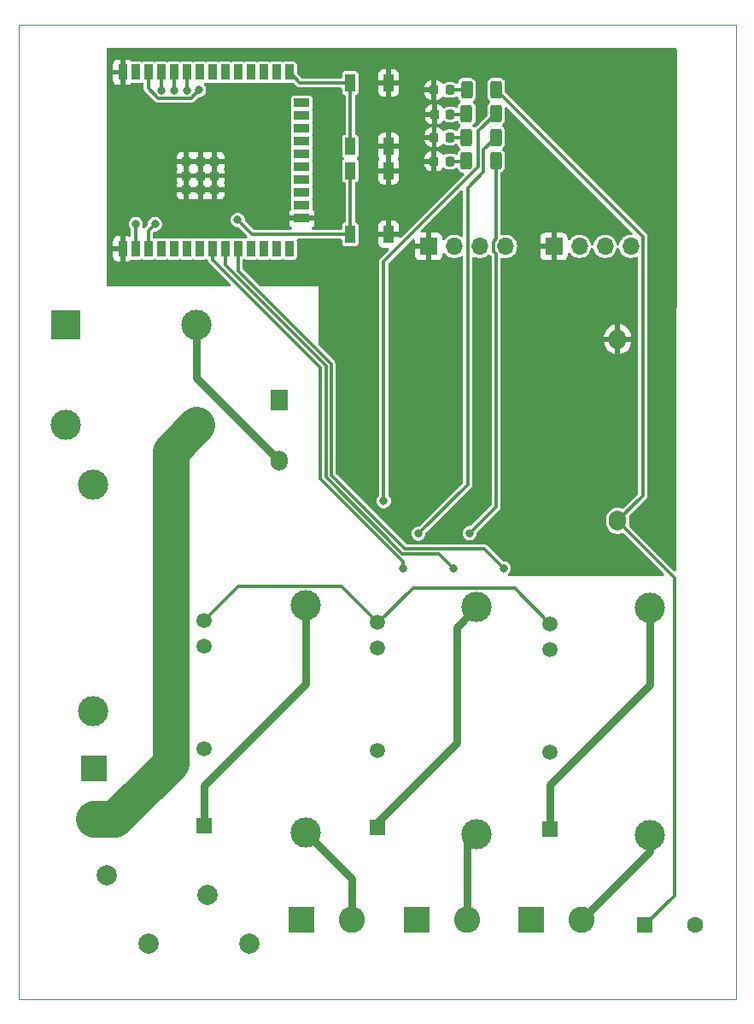
<source format=gtl>
%TF.GenerationSoftware,KiCad,Pcbnew,8.0.3-8.0.3-0~ubuntu23.10.1*%
%TF.CreationDate,2024-07-29T17:43:25+05:00*%
%TF.ProjectId,IOTV,494f5456-2e6b-4696-9361-645f70636258,3*%
%TF.SameCoordinates,Original*%
%TF.FileFunction,Copper,L1,Top*%
%TF.FilePolarity,Positive*%
%FSLAX46Y46*%
G04 Gerber Fmt 4.6, Leading zero omitted, Abs format (unit mm)*
G04 Created by KiCad (PCBNEW 8.0.3-8.0.3-0~ubuntu23.10.1) date 2024-07-29 17:43:25*
%MOMM*%
%LPD*%
G01*
G04 APERTURE LIST*
G04 Aperture macros list*
%AMRoundRect*
0 Rectangle with rounded corners*
0 $1 Rounding radius*
0 $2 $3 $4 $5 $6 $7 $8 $9 X,Y pos of 4 corners*
0 Add a 4 corners polygon primitive as box body*
4,1,4,$2,$3,$4,$5,$6,$7,$8,$9,$2,$3,0*
0 Add four circle primitives for the rounded corners*
1,1,$1+$1,$2,$3*
1,1,$1+$1,$4,$5*
1,1,$1+$1,$6,$7*
1,1,$1+$1,$8,$9*
0 Add four rect primitives between the rounded corners*
20,1,$1+$1,$2,$3,$4,$5,0*
20,1,$1+$1,$4,$5,$6,$7,0*
20,1,$1+$1,$6,$7,$8,$9,0*
20,1,$1+$1,$8,$9,$2,$3,0*%
G04 Aperture macros list end*
%TA.AperFunction,ComponentPad*%
%ADD10R,1.700000X2.000000*%
%TD*%
%TA.AperFunction,ComponentPad*%
%ADD11O,1.700000X2.000000*%
%TD*%
%TA.AperFunction,SMDPad,CuDef*%
%ADD12R,1.000000X1.700000*%
%TD*%
%TA.AperFunction,ComponentPad*%
%ADD13C,3.000000*%
%TD*%
%TA.AperFunction,SMDPad,CuDef*%
%ADD14RoundRect,0.218750X-0.218750X-0.256250X0.218750X-0.256250X0.218750X0.256250X-0.218750X0.256250X0*%
%TD*%
%TA.AperFunction,ComponentPad*%
%ADD15R,3.000000X3.000000*%
%TD*%
%TA.AperFunction,SMDPad,CuDef*%
%ADD16RoundRect,0.250000X-0.312500X-0.625000X0.312500X-0.625000X0.312500X0.625000X-0.312500X0.625000X0*%
%TD*%
%TA.AperFunction,ComponentPad*%
%ADD17R,1.600000X1.600000*%
%TD*%
%TA.AperFunction,ComponentPad*%
%ADD18C,1.600000*%
%TD*%
%TA.AperFunction,SMDPad,CuDef*%
%ADD19R,0.900000X1.500000*%
%TD*%
%TA.AperFunction,SMDPad,CuDef*%
%ADD20R,1.500000X0.900000*%
%TD*%
%TA.AperFunction,SMDPad,CuDef*%
%ADD21R,0.900000X0.900000*%
%TD*%
%TA.AperFunction,ComponentPad*%
%ADD22R,2.600000X2.600000*%
%TD*%
%TA.AperFunction,ComponentPad*%
%ADD23C,2.600000*%
%TD*%
%TA.AperFunction,ComponentPad*%
%ADD24R,1.508000X1.508000*%
%TD*%
%TA.AperFunction,ComponentPad*%
%ADD25C,1.508000*%
%TD*%
%TA.AperFunction,ComponentPad*%
%ADD26C,2.000000*%
%TD*%
%TA.AperFunction,ComponentPad*%
%ADD27R,1.700000X1.700000*%
%TD*%
%TA.AperFunction,ComponentPad*%
%ADD28O,1.700000X1.700000*%
%TD*%
%TA.AperFunction,ViaPad*%
%ADD29C,0.800000*%
%TD*%
%TA.AperFunction,Conductor*%
%ADD30C,0.300000*%
%TD*%
%TA.AperFunction,Conductor*%
%ADD31C,0.800000*%
%TD*%
%TA.AperFunction,Conductor*%
%ADD32C,3.600000*%
%TD*%
%TA.AperFunction,Profile*%
%ADD33C,0.100000*%
%TD*%
G04 APERTURE END LIST*
D10*
%TO.P,PS1,1,AC1*%
%TO.N,FL1-PS1(AC1)*%
X63912900Y-113349100D03*
D11*
%TO.P,PS1,2,AC2*%
%TO.N,FL1-PS1(AC2)*%
X63912900Y-119349100D03*
%TO.P,PS1,3,-VO*%
%TO.N,GND*%
X97512900Y-107349100D03*
%TO.P,PS1,4,+VO*%
%TO.N,+5V*%
X97512900Y-125349100D03*
%TD*%
D12*
%TO.P,SW2,1,1*%
%TO.N,GPIO0*%
X70998000Y-88265400D03*
X70998000Y-81965400D03*
%TO.P,SW2,2,2*%
%TO.N,GND*%
X74798000Y-88265400D03*
X74798000Y-81965400D03*
%TD*%
D13*
%TO.P,F3,1*%
%TO.N,~220V_COM_2*%
X83540600Y-156387800D03*
%TO.P,F3,2*%
%TO.N,Net-(K2-L1)*%
X83540600Y-133887800D03*
%TD*%
D14*
%TO.P,D1,1*%
%TO.N,GND*%
X79349500Y-85090000D03*
%TO.P,D1,2*%
%TO.N,Net-(D1-Pad2)*%
X80924500Y-85090000D03*
%TD*%
D15*
%TO.P,FL1,1,1*%
%TO.N,FL1-PS1(AC1)*%
X42799000Y-105937050D03*
D13*
%TO.P,FL1,2,2*%
%TO.N,J1-FL1(2)*%
X42799000Y-115843050D03*
%TO.P,FL1,3,3*%
%TO.N,~220V_NC*%
X55753000Y-115843050D03*
%TO.P,FL1,4,4*%
%TO.N,FL1-PS1(AC2)*%
X55753000Y-105937050D03*
%TD*%
D16*
%TO.P,R3,1*%
%TO.N,Net-(D1-Pad2)*%
X82535400Y-84988400D03*
%TO.P,R3,2*%
%TO.N,Net-(K1-+)*%
X85460400Y-84988400D03*
%TD*%
D17*
%TO.P,C8,1*%
%TO.N,+5V*%
X100228400Y-165404800D03*
D18*
%TO.P,C8,2*%
%TO.N,GND*%
X105228400Y-165404800D03*
%TD*%
D14*
%TO.P,D2,1*%
%TO.N,GND*%
X79320000Y-87350600D03*
%TO.P,D2,2*%
%TO.N,Net-(D2-Pad2)*%
X80895000Y-87350600D03*
%TD*%
D16*
%TO.P,R6,1*%
%TO.N,Net-(D4-Pad2)*%
X82546000Y-82651600D03*
%TO.P,R6,2*%
%TO.N,+5V*%
X85471000Y-82651600D03*
%TD*%
D19*
%TO.P,U1,1,GND*%
%TO.N,GND*%
X48432400Y-98407000D03*
%TO.P,U1,2,3V3*%
%TO.N,+3.3V*%
X49702400Y-98407000D03*
%TO.P,U1,3,EN/CHIP_PU*%
%TO.N,EN*%
X50972400Y-98407000D03*
%TO.P,U1,4,SENSOR_VP/GPIO36/ADC1_CH0*%
%TO.N,unconnected-(U1-SENSOR_VP{slash}GPIO36{slash}ADC1_CH0-Pad4)*%
X52242400Y-98407000D03*
%TO.P,U1,5,SENSOR_VN/GPIO39/ADC1_CH3*%
%TO.N,unconnected-(U1-SENSOR_VN{slash}GPIO39{slash}ADC1_CH3-Pad5)*%
X53512400Y-98407000D03*
%TO.P,U1,6,GPIO34/ADC1_CH6*%
%TO.N,unconnected-(U1-GPIO34{slash}ADC1_CH6-Pad6)*%
X54782400Y-98407000D03*
%TO.P,U1,7,GPIO35/ADC1_CH7*%
%TO.N,unconnected-(U1-GPIO35{slash}ADC1_CH7-Pad7)*%
X56052400Y-98407000D03*
%TO.P,U1,8,32K_XP/GPIO32/ADC1_CH4*%
%TO.N,GPIO32*%
X57322400Y-98407000D03*
%TO.P,U1,9,32K_XN/GPIO33/ADC1_CH5*%
%TO.N,GPIO33*%
X58592400Y-98407000D03*
%TO.P,U1,10,DAC_1/ADC2_CH8/GPIO25*%
%TO.N,GPIO25*%
X59862400Y-98407000D03*
%TO.P,U1,11,DAC_2/ADC2_CH9/GPIO26*%
%TO.N,unconnected-(U1-DAC_2{slash}ADC2_CH9{slash}GPIO26-Pad11)*%
X61132400Y-98407000D03*
%TO.P,U1,12,ADC2_CH7/GPIO27*%
%TO.N,unconnected-(U1-ADC2_CH7{slash}GPIO27-Pad12)*%
X62402400Y-98407000D03*
%TO.P,U1,13,MTMS/GPIO14/ADC2_CH6*%
%TO.N,unconnected-(U1-MTMS{slash}GPIO14{slash}ADC2_CH6-Pad13)*%
X63672400Y-98407000D03*
%TO.P,U1,14,MTDI/GPIO12/ADC2_CH5*%
%TO.N,unconnected-(U1-MTDI{slash}GPIO12{slash}ADC2_CH5-Pad14)*%
X64942400Y-98407000D03*
D20*
%TO.P,U1,15,GND*%
%TO.N,GND*%
X66192400Y-95377000D03*
%TO.P,U1,16,MTCK/GPIO13/ADC2_CH4*%
%TO.N,unconnected-(U1-MTCK{slash}GPIO13{slash}ADC2_CH4-Pad16)*%
X66192400Y-94107000D03*
%TO.P,U1,17*%
%TO.N,N/C*%
X66192400Y-92837000D03*
%TO.P,U1,18*%
X66192400Y-91567000D03*
%TO.P,U1,19*%
X66192400Y-90297000D03*
%TO.P,U1,20*%
X66192400Y-89027000D03*
%TO.P,U1,21*%
X66192400Y-87757000D03*
%TO.P,U1,22*%
X66192400Y-86487000D03*
%TO.P,U1,23,MTDO/GPIO15/ADC2_CH3*%
%TO.N,unconnected-(U1-MTDO{slash}GPIO15{slash}ADC2_CH3-Pad23)*%
X66192400Y-85217000D03*
%TO.P,U1,24,ADC2_CH2/GPIO2*%
%TO.N,unconnected-(U1-ADC2_CH2{slash}GPIO2-Pad24)*%
X66192400Y-83947000D03*
D19*
%TO.P,U1,25,GPIO0/BOOT/ADC2_CH1*%
%TO.N,GPIO0*%
X64942400Y-80907000D03*
%TO.P,U1,26,ADC2_CH0/GPIO4*%
%TO.N,unconnected-(U1-ADC2_CH0{slash}GPIO4-Pad26)*%
X63672400Y-80907000D03*
%TO.P,U1,27,GPIO16*%
%TO.N,unconnected-(U1-GPIO16-Pad27)*%
X62402400Y-80907000D03*
%TO.P,U1,28,GPIO17*%
%TO.N,unconnected-(U1-GPIO17-Pad28)*%
X61132400Y-80907000D03*
%TO.P,U1,29,GPIO5*%
%TO.N,unconnected-(U1-GPIO5-Pad29)*%
X59862400Y-80907000D03*
%TO.P,U1,30,GPIO18*%
%TO.N,unconnected-(U1-GPIO18-Pad30)*%
X58592400Y-80907000D03*
%TO.P,U1,31,GPIO19*%
%TO.N,unconnected-(U1-GPIO19-Pad31)*%
X57322400Y-80907000D03*
%TO.P,U1,32*%
%TO.N,N/C*%
X56052400Y-80907000D03*
%TO.P,U1,33,GPIO21*%
%TO.N,SDA*%
X54782400Y-80907000D03*
%TO.P,U1,34,U0RXD/GPIO3*%
%TO.N,U0RX*%
X53512400Y-80907000D03*
%TO.P,U1,35,U0TXD/GPIO1*%
%TO.N,U0TX*%
X52242400Y-80907000D03*
%TO.P,U1,36,GPIO22*%
%TO.N,SCL*%
X50972400Y-80907000D03*
%TO.P,U1,37,GPIO23*%
%TO.N,unconnected-(U1-GPIO23-Pad37)*%
X49702400Y-80907000D03*
%TO.P,U1,38,GND*%
%TO.N,GND*%
X48432400Y-80907000D03*
D21*
%TO.P,U1,39,GND_THERMAL*%
X54752400Y-92557000D03*
X54752400Y-92557000D03*
X56152400Y-92557000D03*
X57552400Y-92557000D03*
X57552400Y-92557000D03*
X54752400Y-91157000D03*
X56152400Y-91157000D03*
X57552400Y-91157000D03*
X57552400Y-91157000D03*
X54752400Y-89757000D03*
X56152400Y-89757000D03*
X57552400Y-89757000D03*
%TD*%
D22*
%TO.P,J3,1,Pin_1*%
%TO.N,~220V_NC*%
X77600800Y-164846000D03*
D23*
%TO.P,J3,2,Pin_2*%
%TO.N,~220V_COM_2*%
X82600800Y-164846000D03*
%TD*%
D22*
%TO.P,J2,1,Pin_1*%
%TO.N,~220V_NC*%
X66170800Y-164846000D03*
D23*
%TO.P,J2,2,Pin_2*%
%TO.N,~220V_COM_1*%
X71170800Y-164846000D03*
%TD*%
D13*
%TO.P,F1,1*%
%TO.N,J1{slash}F1{slash}Relay*%
X45516800Y-144221200D03*
%TO.P,F1,2*%
%TO.N,J1-FL1(2)*%
X45516800Y-121721200D03*
%TD*%
D12*
%TO.P,SW1,1,1*%
%TO.N,Net-(C4-Pad1)*%
X70998000Y-96952200D03*
X70998000Y-90652200D03*
%TO.P,SW1,2,2*%
%TO.N,GND*%
X74798000Y-96952200D03*
X74798000Y-90652200D03*
%TD*%
D13*
%TO.P,F2,1*%
%TO.N,~220V_COM_1*%
X66548000Y-156210000D03*
%TO.P,F2,2*%
%TO.N,Net-(K1-L1)*%
X66548000Y-133710000D03*
%TD*%
D24*
%TO.P,K2,1,L1*%
%TO.N,Net-(K2-L1)*%
X73710800Y-155752800D03*
D25*
%TO.P,K2,2,L2*%
%TO.N,J1{slash}F1{slash}Relay*%
X73710800Y-148132800D03*
%TO.P,K2,3,+*%
%TO.N,Net-(K2-+)*%
X73710800Y-137972800D03*
%TO.P,K2,4,-*%
%TO.N,GND*%
X73710800Y-135432800D03*
%TD*%
D22*
%TO.P,J4,1,Pin_1*%
%TO.N,~220V_NC*%
X88950800Y-164846000D03*
D23*
%TO.P,J4,2,Pin_2*%
%TO.N,~220V_COM_3*%
X93950800Y-164846000D03*
%TD*%
D26*
%TO.P,RVe1,1*%
%TO.N,J1-FL1(2)*%
X46866800Y-160492800D03*
%TO.P,RVe1,2*%
%TO.N,~220V_NC*%
X56866800Y-162442800D03*
%TD*%
D24*
%TO.P,K1,1,L1*%
%TO.N,Net-(K1-L1)*%
X56515000Y-155575000D03*
D25*
%TO.P,K1,2,L2*%
%TO.N,J1{slash}F1{slash}Relay*%
X56515000Y-147955000D03*
%TO.P,K1,3,+*%
%TO.N,Net-(K1-+)*%
X56515000Y-137795000D03*
%TO.P,K1,4,-*%
%TO.N,GND*%
X56515000Y-135255000D03*
%TD*%
D13*
%TO.P,F4,1*%
%TO.N,~220V_COM_3*%
X100736400Y-156464000D03*
%TO.P,F4,2*%
%TO.N,Net-(K3-L1)*%
X100736400Y-133964000D03*
%TD*%
D26*
%TO.P,C7,1*%
%TO.N,J1-FL1(2)*%
X51032400Y-167259000D03*
%TO.P,C7,2*%
%TO.N,~220V_NC*%
X61032400Y-167259000D03*
%TD*%
D22*
%TO.P,J1,1,Pin_1*%
%TO.N,J1{slash}F1{slash}Relay*%
X45592800Y-149900000D03*
D23*
%TO.P,J1,2,Pin_2*%
%TO.N,~220V_NC*%
X45592800Y-154900000D03*
%TD*%
D27*
%TO.P,J_I2C1,1,Pin_1*%
%TO.N,GND*%
X91186000Y-98171000D03*
D28*
%TO.P,J_I2C1,2,Pin_2*%
%TO.N,+3.3V*%
X93726000Y-98171000D03*
%TO.P,J_I2C1,3,Pin_3*%
%TO.N,SDA*%
X96266000Y-98171000D03*
%TO.P,J_I2C1,4,Pin_4*%
%TO.N,SCL*%
X98806000Y-98171000D03*
%TD*%
D14*
%TO.P,D4,1*%
%TO.N,GND*%
X79301100Y-82671600D03*
%TO.P,D4,2*%
%TO.N,Net-(D4-Pad2)*%
X80876100Y-82671600D03*
%TD*%
%TO.P,D3,1*%
%TO.N,GND*%
X79309400Y-89738200D03*
%TO.P,D3,2*%
%TO.N,Net-(D3-Pad2)*%
X80884400Y-89738200D03*
%TD*%
D27*
%TO.P,J_UART1,1,Pin_1*%
%TO.N,GND*%
X78765400Y-98171000D03*
D28*
%TO.P,J_UART1,2,Pin_2*%
%TO.N,U0TX*%
X81305400Y-98171000D03*
%TO.P,J_UART1,3,Pin_3*%
%TO.N,U0RX*%
X83845400Y-98171000D03*
%TO.P,J_UART1,4,Pin_4*%
%TO.N,+3.3V*%
X86385400Y-98171000D03*
%TD*%
D16*
%TO.P,R5,1*%
%TO.N,Net-(D3-Pad2)*%
X82520600Y-89662000D03*
%TO.P,R5,2*%
%TO.N,Net-(K3-+)*%
X85445600Y-89662000D03*
%TD*%
%TO.P,R4,1*%
%TO.N,Net-(D2-Pad2)*%
X82520600Y-87350600D03*
%TO.P,R4,2*%
%TO.N,Net-(K2-+)*%
X85445600Y-87350600D03*
%TD*%
D24*
%TO.P,K3,1,L1*%
%TO.N,Net-(K3-L1)*%
X90830400Y-155854400D03*
D25*
%TO.P,K3,2,L2*%
%TO.N,J1{slash}F1{slash}Relay*%
X90830400Y-148234400D03*
%TO.P,K3,3,+*%
%TO.N,Net-(K3-+)*%
X90830400Y-138074400D03*
%TO.P,K3,4,-*%
%TO.N,GND*%
X90830400Y-135534400D03*
%TD*%
D29*
%TO.N,Net-(K2-+)*%
X77749400Y-126619000D03*
%TO.N,Net-(K3-+)*%
X82829400Y-126568200D03*
%TO.N,Net-(K1-+)*%
X74320400Y-123393200D03*
%TO.N,GPIO25*%
X86207600Y-130048000D03*
%TO.N,GPIO33*%
X81229200Y-130048000D03*
%TO.N,GPIO32*%
X76225400Y-130048000D03*
%TO.N,SCL*%
X56007000Y-82677000D03*
%TO.N,SDA*%
X54787800Y-82702400D03*
%TO.N,U0RX*%
X53517800Y-82702400D03*
%TO.N,U0TX*%
X52247800Y-82702400D03*
%TO.N,Net-(C4-Pad1)*%
X59842400Y-95554800D03*
%TO.N,GND*%
X50266600Y-92202000D03*
X62763400Y-95554800D03*
%TO.N,EN*%
X51638200Y-95961200D03*
%TO.N,+3.3V*%
X49733200Y-95961200D03*
%TD*%
D30*
%TO.N,GPIO32*%
X76225400Y-130048000D02*
X76225400Y-129362200D01*
X76225400Y-129362200D02*
X68046600Y-121183400D01*
X68046600Y-121183400D02*
X68046600Y-110181200D01*
X57322400Y-99457000D02*
X57322400Y-98407000D01*
X68046600Y-110181200D02*
X57322400Y-99457000D01*
%TO.N,GPIO33*%
X58592400Y-98407000D02*
X58592400Y-99994400D01*
X58592400Y-99994400D02*
X59362400Y-100764400D01*
X68580000Y-110007494D02*
X68580000Y-121009694D01*
X59362400Y-100764400D02*
X59362400Y-100789894D01*
X59362400Y-100789894D02*
X68580000Y-110007494D01*
X76182506Y-128612200D02*
X79793400Y-128612200D01*
X68580000Y-121009694D02*
X76182506Y-128612200D01*
X79793400Y-128612200D02*
X81229200Y-130048000D01*
%TO.N,GPIO25*%
X59862400Y-98407000D02*
X59862400Y-100582788D01*
X84271800Y-128112200D02*
X86207600Y-130048000D01*
X59862400Y-100582788D02*
X69080000Y-109800388D01*
X69080000Y-120802588D02*
X76389612Y-128112200D01*
X69080000Y-109800388D02*
X69080000Y-120802588D01*
X76389612Y-128112200D02*
X84271800Y-128112200D01*
D31*
%TO.N,Net-(K3-L1)*%
X90830400Y-155854400D02*
X90830400Y-151485600D01*
X90830400Y-151485600D02*
X100736400Y-141579600D01*
X100736400Y-141579600D02*
X100736400Y-133964000D01*
%TO.N,Net-(K1-L1)*%
X56515000Y-155575000D02*
X56515000Y-151561800D01*
X56515000Y-151561800D02*
X66548000Y-141528800D01*
X66548000Y-141528800D02*
X66548000Y-133710000D01*
D30*
%TO.N,Net-(K3-+)*%
X82829400Y-126568200D02*
X85445600Y-123952000D01*
X85445600Y-98928257D02*
X85185400Y-98668057D01*
X85445600Y-123952000D02*
X85445600Y-98928257D01*
X85185400Y-97673943D02*
X85445600Y-97413743D01*
X85185400Y-98668057D02*
X85185400Y-97673943D01*
X85445600Y-97413743D02*
X85445600Y-89662000D01*
%TO.N,Net-(K2-+)*%
X77749400Y-126619000D02*
X82645400Y-121723000D01*
X82645400Y-121723000D02*
X82645400Y-92386000D01*
X82645400Y-92386000D02*
X84218400Y-90813000D01*
X84218400Y-88577800D02*
X85445600Y-87350600D01*
X84218400Y-90813000D02*
X84218400Y-88577800D01*
%TO.N,Net-(K1-+)*%
X74320400Y-123393200D02*
X74320400Y-99655156D01*
X74320400Y-99655156D02*
X83718400Y-90257156D01*
X83718400Y-90257156D02*
X83718400Y-86730400D01*
X83718400Y-86730400D02*
X85460400Y-84988400D01*
%TO.N,+5V*%
X100228400Y-165404800D02*
X103186400Y-162446800D01*
X103186400Y-131022600D02*
X97512900Y-125349100D01*
X103186400Y-162446800D02*
X103186400Y-131022600D01*
X85471000Y-82651600D02*
X100006000Y-97186600D01*
X100006000Y-97186600D02*
X100006000Y-122856000D01*
X100006000Y-122856000D02*
X97512900Y-125349100D01*
%TO.N,GND*%
X73710800Y-135432800D02*
X73812400Y-135432800D01*
X87333800Y-132037800D02*
X90830400Y-135534400D01*
X73812400Y-135432800D02*
X77207400Y-132037800D01*
X77207400Y-132037800D02*
X87333800Y-132037800D01*
X56515000Y-135255000D02*
X59910000Y-131860000D01*
X59910000Y-131860000D02*
X70138000Y-131860000D01*
X70138000Y-131860000D02*
X73710800Y-135432800D01*
%TO.N,SCL*%
X50972400Y-80907000D02*
X50972400Y-82487661D01*
X50972400Y-82487661D02*
X51937139Y-83452400D01*
X51937139Y-83452400D02*
X55231600Y-83452400D01*
X55231600Y-83452400D02*
X56007000Y-82677000D01*
%TO.N,GPIO0*%
X70998000Y-81965400D02*
X70998000Y-88265400D01*
X70998000Y-81965400D02*
X66000800Y-81965400D01*
X66000800Y-81965400D02*
X64942400Y-80907000D01*
%TO.N,SDA*%
X54787800Y-82702400D02*
X54787800Y-80912400D01*
X54787800Y-80912400D02*
X54782400Y-80907000D01*
%TO.N,U0RX*%
X53517800Y-82702400D02*
X53517800Y-80912400D01*
X53517800Y-80912400D02*
X53512400Y-80907000D01*
%TO.N,U0TX*%
X52242400Y-80907000D02*
X52242400Y-82697000D01*
X52242400Y-82697000D02*
X52247800Y-82702400D01*
%TO.N,Net-(D3-Pad2)*%
X80884400Y-89738200D02*
X82444400Y-89738200D01*
X82444400Y-89738200D02*
X82520600Y-89662000D01*
%TO.N,Net-(D2-Pad2)*%
X80895000Y-87350600D02*
X82520600Y-87350600D01*
%TO.N,Net-(D1-Pad2)*%
X80924500Y-85090000D02*
X82433800Y-85090000D01*
X82433800Y-85090000D02*
X82535400Y-84988400D01*
%TO.N,Net-(D4-Pad2)*%
X80876100Y-82671600D02*
X82526000Y-82671600D01*
X82526000Y-82671600D02*
X82546000Y-82651600D01*
%TO.N,Net-(C4-Pad1)*%
X70998000Y-96952200D02*
X61239800Y-96952200D01*
X61239800Y-96952200D02*
X59842400Y-95554800D01*
X70998000Y-90652200D02*
X70998000Y-96952200D01*
%TO.N,EN*%
X50972400Y-98407000D02*
X50972400Y-96627000D01*
X50972400Y-96627000D02*
X51638200Y-95961200D01*
%TO.N,+3.3V*%
X49702400Y-98407000D02*
X49702400Y-95992000D01*
X49702400Y-95992000D02*
X49733200Y-95961200D01*
D32*
%TO.N,~220V_NC*%
X47605273Y-154900000D02*
X53161000Y-149344273D01*
X53161000Y-118435050D02*
X55753000Y-115843050D01*
X45592800Y-154900000D02*
X47605273Y-154900000D01*
X53161000Y-149344273D02*
X53161000Y-118435050D01*
D31*
%TO.N,~220V_COM_1*%
X71170800Y-164846000D02*
X71170800Y-160832800D01*
X71170800Y-160832800D02*
X66548000Y-156210000D01*
%TO.N,~220V_COM_2*%
X82600800Y-164846000D02*
X82600800Y-157327600D01*
X82600800Y-157327600D02*
X83540600Y-156387800D01*
%TO.N,~220V_COM_3*%
X93950800Y-164846000D02*
X100736400Y-158060400D01*
X100736400Y-158060400D02*
X100736400Y-156464000D01*
%TO.N,FL1-PS1(AC2)*%
X63912900Y-119349100D02*
X55753000Y-111189200D01*
X55753000Y-111189200D02*
X55753000Y-105937050D01*
%TO.N,Net-(K2-L1)*%
X81540600Y-135887800D02*
X83540600Y-133887800D01*
X73710800Y-155752800D02*
X73710800Y-155194000D01*
X73710800Y-155194000D02*
X81540600Y-147364200D01*
X81540600Y-147364200D02*
X81540600Y-135887800D01*
%TD*%
%TA.AperFunction,Conductor*%
%TO.N,GND*%
G36*
X103303369Y-78505995D02*
G01*
X103357931Y-78560508D01*
X103377927Y-78634999D01*
X103377927Y-78635138D01*
X103352899Y-130192349D01*
X103332901Y-130266840D01*
X103278336Y-130321351D01*
X103203827Y-130341277D01*
X103129336Y-130321279D01*
X103098540Y-130297636D01*
X98679776Y-125878873D01*
X98641212Y-125812078D01*
X98637969Y-125750210D01*
X98663400Y-125589646D01*
X98663400Y-125108554D01*
X98637969Y-124947990D01*
X98646032Y-124871288D01*
X98679774Y-124819328D01*
X100366490Y-123132614D01*
X100425799Y-123029887D01*
X100451693Y-122933247D01*
X100456500Y-122915309D01*
X100456500Y-97127291D01*
X100425799Y-97012714D01*
X100425799Y-97012713D01*
X100423970Y-97009545D01*
X100366491Y-96909989D01*
X100366490Y-96909988D01*
X100366489Y-96909986D01*
X86377641Y-82921138D01*
X86339077Y-82854343D01*
X86334000Y-82815779D01*
X86334000Y-81983499D01*
X86334000Y-81983498D01*
X86323377Y-81895036D01*
X86267861Y-81754258D01*
X86228129Y-81701864D01*
X86176423Y-81633679D01*
X86176420Y-81633676D01*
X86129482Y-81598082D01*
X86055842Y-81542239D01*
X86055841Y-81542238D01*
X85915063Y-81486722D01*
X85826605Y-81476100D01*
X85826602Y-81476100D01*
X85115398Y-81476100D01*
X85115394Y-81476100D01*
X85026936Y-81486722D01*
X84886158Y-81542238D01*
X84886158Y-81542239D01*
X84765579Y-81633676D01*
X84765576Y-81633679D01*
X84674139Y-81754258D01*
X84674138Y-81754258D01*
X84618622Y-81895036D01*
X84608000Y-81983494D01*
X84608000Y-83319705D01*
X84618622Y-83408163D01*
X84674138Y-83548941D01*
X84765575Y-83669519D01*
X84765578Y-83669522D01*
X84802150Y-83697256D01*
X84849451Y-83758177D01*
X84859954Y-83834586D01*
X84830845Y-83906010D01*
X84802153Y-83934703D01*
X84754978Y-83970477D01*
X84754976Y-83970479D01*
X84663539Y-84091058D01*
X84663538Y-84091058D01*
X84608022Y-84231836D01*
X84597400Y-84320294D01*
X84597400Y-85152579D01*
X84577438Y-85227079D01*
X84553759Y-85257938D01*
X83455964Y-86355732D01*
X83389169Y-86394296D01*
X83312041Y-86394296D01*
X83245246Y-86355732D01*
X83231880Y-86340403D01*
X83226022Y-86332678D01*
X83226020Y-86332676D01*
X83174800Y-86293835D01*
X83127500Y-86232914D01*
X83116997Y-86156504D01*
X83146107Y-86085080D01*
X83174794Y-86056392D01*
X83240822Y-86006322D01*
X83332261Y-85885742D01*
X83387777Y-85744964D01*
X83398400Y-85656502D01*
X83398400Y-84320298D01*
X83387777Y-84231836D01*
X83332261Y-84091058D01*
X83240822Y-83970478D01*
X83240821Y-83970477D01*
X83240820Y-83970476D01*
X83204248Y-83942743D01*
X83156948Y-83881822D01*
X83146445Y-83805412D01*
X83175555Y-83733988D01*
X83204242Y-83705299D01*
X83251422Y-83669522D01*
X83342861Y-83548942D01*
X83398377Y-83408164D01*
X83409000Y-83319702D01*
X83409000Y-81983498D01*
X83398377Y-81895036D01*
X83342861Y-81754258D01*
X83303129Y-81701864D01*
X83251423Y-81633679D01*
X83251420Y-81633676D01*
X83204482Y-81598082D01*
X83130842Y-81542239D01*
X83130841Y-81542238D01*
X82990063Y-81486722D01*
X82901605Y-81476100D01*
X82901602Y-81476100D01*
X82190398Y-81476100D01*
X82190394Y-81476100D01*
X82101936Y-81486722D01*
X81961158Y-81542238D01*
X81961158Y-81542239D01*
X81840579Y-81633676D01*
X81840576Y-81633679D01*
X81749139Y-81754258D01*
X81749138Y-81754258D01*
X81693623Y-81895035D01*
X81689077Y-81932888D01*
X81660373Y-82004476D01*
X81599721Y-82052122D01*
X81523373Y-82063058D01*
X81451785Y-82034354D01*
X81451109Y-82033845D01*
X81399101Y-81994406D01*
X81351732Y-81958485D01*
X81351730Y-81958484D01*
X81286822Y-81932888D01*
X81218946Y-81906121D01*
X81218943Y-81906120D01*
X81218942Y-81906120D01*
X81135502Y-81896100D01*
X80616698Y-81896100D01*
X80616697Y-81896100D01*
X80533257Y-81906120D01*
X80533255Y-81906120D01*
X80533254Y-81906121D01*
X80480891Y-81926770D01*
X80400469Y-81958484D01*
X80314571Y-82023622D01*
X80243147Y-82052731D01*
X80166737Y-82042228D01*
X80105816Y-81994927D01*
X80097723Y-81983116D01*
X80087490Y-81966525D01*
X79968675Y-81847710D01*
X79825674Y-81759507D01*
X79666177Y-81706655D01*
X79666180Y-81706655D01*
X79567753Y-81696600D01*
X79551100Y-81696600D01*
X79551100Y-83646599D01*
X79567738Y-83646599D01*
X79666183Y-83636542D01*
X79825674Y-83583692D01*
X79968675Y-83495489D01*
X80087490Y-83376674D01*
X80097722Y-83360085D01*
X80153821Y-83307154D01*
X80228869Y-83289365D01*
X80302758Y-83311483D01*
X80314572Y-83319578D01*
X80400468Y-83384715D01*
X80533254Y-83437079D01*
X80616698Y-83447100D01*
X80616699Y-83447100D01*
X81135501Y-83447100D01*
X81135502Y-83447100D01*
X81218946Y-83437079D01*
X81351732Y-83384715D01*
X81455512Y-83306015D01*
X81526936Y-83276906D01*
X81603346Y-83287409D01*
X81664267Y-83334709D01*
X81690509Y-83399097D01*
X81691282Y-83398902D01*
X81692673Y-83404406D01*
X81693377Y-83406133D01*
X81693480Y-83406972D01*
X81693623Y-83408164D01*
X81749138Y-83548941D01*
X81840575Y-83669519D01*
X81840578Y-83669522D01*
X81877150Y-83697256D01*
X81924451Y-83758177D01*
X81934954Y-83834586D01*
X81905845Y-83906010D01*
X81877153Y-83934703D01*
X81829978Y-83970477D01*
X81829976Y-83970479D01*
X81738539Y-84091058D01*
X81738538Y-84091058D01*
X81683023Y-84231835D01*
X81674420Y-84303471D01*
X81645717Y-84375059D01*
X81585065Y-84422705D01*
X81508716Y-84433641D01*
X81437128Y-84404938D01*
X81436735Y-84404642D01*
X81400132Y-84376885D01*
X81400129Y-84376883D01*
X81400128Y-84376883D01*
X81336574Y-84351821D01*
X81267346Y-84324521D01*
X81267343Y-84324520D01*
X81267342Y-84324520D01*
X81183902Y-84314500D01*
X80665098Y-84314500D01*
X80665097Y-84314500D01*
X80581657Y-84324520D01*
X80581655Y-84324520D01*
X80581654Y-84324521D01*
X80529291Y-84345170D01*
X80448869Y-84376884D01*
X80362971Y-84442022D01*
X80291547Y-84471131D01*
X80215137Y-84460628D01*
X80154216Y-84413327D01*
X80146123Y-84401516D01*
X80135890Y-84384925D01*
X80017075Y-84266110D01*
X79874074Y-84177907D01*
X79714577Y-84125055D01*
X79714580Y-84125055D01*
X79616153Y-84115000D01*
X79599500Y-84115000D01*
X79599500Y-86064999D01*
X79616138Y-86064999D01*
X79714583Y-86054942D01*
X79874074Y-86002092D01*
X80017075Y-85913889D01*
X80135890Y-85795074D01*
X80146122Y-85778485D01*
X80202221Y-85725554D01*
X80277269Y-85707765D01*
X80351158Y-85729883D01*
X80362972Y-85737978D01*
X80448868Y-85803115D01*
X80581654Y-85855479D01*
X80665098Y-85865500D01*
X80665099Y-85865500D01*
X81183901Y-85865500D01*
X81183902Y-85865500D01*
X81267346Y-85855479D01*
X81400132Y-85803115D01*
X81478994Y-85743311D01*
X81550414Y-85714203D01*
X81626824Y-85724704D01*
X81687746Y-85772004D01*
X81707634Y-85807374D01*
X81738538Y-85885740D01*
X81738539Y-85885742D01*
X81758591Y-85912184D01*
X81829976Y-86006320D01*
X81829979Y-86006323D01*
X81881199Y-86045164D01*
X81928499Y-86106085D01*
X81939002Y-86182495D01*
X81909892Y-86253919D01*
X81881200Y-86282612D01*
X81815176Y-86332679D01*
X81723739Y-86453258D01*
X81723738Y-86453258D01*
X81668224Y-86594033D01*
X81666295Y-86601665D01*
X81628684Y-86669001D01*
X81562444Y-86708511D01*
X81485324Y-86709608D01*
X81431808Y-86683876D01*
X81381234Y-86645525D01*
X81370632Y-86637485D01*
X81370630Y-86637484D01*
X81342572Y-86626419D01*
X81237846Y-86585121D01*
X81237843Y-86585120D01*
X81237842Y-86585120D01*
X81154402Y-86575100D01*
X80635598Y-86575100D01*
X80635597Y-86575100D01*
X80552157Y-86585120D01*
X80552155Y-86585120D01*
X80552154Y-86585121D01*
X80510201Y-86601665D01*
X80419369Y-86637484D01*
X80333471Y-86702622D01*
X80262047Y-86731731D01*
X80185637Y-86721228D01*
X80124716Y-86673927D01*
X80116623Y-86662116D01*
X80106390Y-86645525D01*
X79987575Y-86526710D01*
X79844574Y-86438507D01*
X79685077Y-86385655D01*
X79685080Y-86385655D01*
X79586653Y-86375600D01*
X79570000Y-86375600D01*
X79570000Y-88325599D01*
X79586638Y-88325599D01*
X79685083Y-88315542D01*
X79844574Y-88262692D01*
X79987575Y-88174489D01*
X80106390Y-88055674D01*
X80116622Y-88039085D01*
X80172721Y-87986154D01*
X80247769Y-87968365D01*
X80321658Y-87990483D01*
X80333472Y-87998578D01*
X80419368Y-88063715D01*
X80552154Y-88116079D01*
X80635598Y-88126100D01*
X80635599Y-88126100D01*
X81154401Y-88126100D01*
X81154402Y-88126100D01*
X81237846Y-88116079D01*
X81370632Y-88063715D01*
X81431808Y-88017323D01*
X81503230Y-87988214D01*
X81579640Y-87998717D01*
X81640562Y-88046017D01*
X81666295Y-88099536D01*
X81668222Y-88107163D01*
X81723738Y-88247941D01*
X81815176Y-88368520D01*
X81815178Y-88368522D01*
X81840305Y-88387577D01*
X81887604Y-88448500D01*
X81898105Y-88524909D01*
X81868995Y-88596333D01*
X81840305Y-88625023D01*
X81815178Y-88644077D01*
X81815176Y-88644079D01*
X81723739Y-88764658D01*
X81723738Y-88764658D01*
X81668223Y-88905435D01*
X81660304Y-88971375D01*
X81631601Y-89042963D01*
X81570949Y-89090609D01*
X81494600Y-89101545D01*
X81423012Y-89072842D01*
X81422336Y-89072332D01*
X81360032Y-89025085D01*
X81360030Y-89025084D01*
X81331972Y-89014019D01*
X81227246Y-88972721D01*
X81227243Y-88972720D01*
X81227242Y-88972720D01*
X81143802Y-88962700D01*
X80624998Y-88962700D01*
X80624997Y-88962700D01*
X80541557Y-88972720D01*
X80541555Y-88972720D01*
X80541554Y-88972721D01*
X80489191Y-88993370D01*
X80408769Y-89025084D01*
X80322871Y-89090222D01*
X80251447Y-89119331D01*
X80175037Y-89108828D01*
X80114116Y-89061527D01*
X80106023Y-89049716D01*
X80095790Y-89033125D01*
X79976975Y-88914310D01*
X79833974Y-88826107D01*
X79674477Y-88773255D01*
X79674480Y-88773255D01*
X79576053Y-88763200D01*
X79559400Y-88763200D01*
X79559400Y-90713199D01*
X79576038Y-90713199D01*
X79674483Y-90703142D01*
X79833974Y-90650292D01*
X79976975Y-90562089D01*
X80095790Y-90443274D01*
X80106022Y-90426685D01*
X80162121Y-90373754D01*
X80237169Y-90355965D01*
X80311058Y-90378083D01*
X80322872Y-90386178D01*
X80408768Y-90451315D01*
X80541554Y-90503679D01*
X80624998Y-90513700D01*
X80624999Y-90513700D01*
X81143801Y-90513700D01*
X81143802Y-90513700D01*
X81227246Y-90503679D01*
X81360032Y-90451315D01*
X81450658Y-90382590D01*
X81522082Y-90353481D01*
X81598492Y-90363984D01*
X81659413Y-90411284D01*
X81679300Y-90446653D01*
X81723738Y-90559341D01*
X81799446Y-90659177D01*
X81815178Y-90679922D01*
X81935758Y-90771361D01*
X82076536Y-90826877D01*
X82160593Y-90836971D01*
X82232179Y-90865671D01*
X82279826Y-90926322D01*
X82290764Y-91002671D01*
X82262063Y-91074259D01*
X82248186Y-91090266D01*
X76052359Y-97286094D01*
X75985564Y-97324658D01*
X75908436Y-97324658D01*
X75841641Y-97286094D01*
X75803077Y-97219299D01*
X75801254Y-97205454D01*
X75798000Y-97202200D01*
X73798000Y-97202200D01*
X73798000Y-97850022D01*
X73798001Y-97850042D01*
X73804401Y-97909577D01*
X73854645Y-98044284D01*
X73854650Y-98044294D01*
X73940809Y-98159387D01*
X73940812Y-98159390D01*
X74055905Y-98245549D01*
X74055915Y-98245554D01*
X74190623Y-98295798D01*
X74190621Y-98295798D01*
X74250157Y-98302198D01*
X74250177Y-98302200D01*
X74676535Y-98302200D01*
X74751035Y-98322162D01*
X74805573Y-98376700D01*
X74825535Y-98451200D01*
X74805573Y-98525700D01*
X74781894Y-98556559D01*
X73959908Y-99378545D01*
X73900601Y-99481267D01*
X73900602Y-99481267D01*
X73900601Y-99481271D01*
X73869900Y-99595845D01*
X73869900Y-122789390D01*
X73849938Y-122863890D01*
X73819706Y-122900918D01*
X73792217Y-122925271D01*
X73695581Y-123065270D01*
X73635260Y-123224325D01*
X73614755Y-123393200D01*
X73635260Y-123562074D01*
X73695581Y-123721129D01*
X73695582Y-123721130D01*
X73792217Y-123861129D01*
X73792219Y-123861130D01*
X73792220Y-123861132D01*
X73919546Y-123973932D01*
X73919548Y-123973934D01*
X74070175Y-124052990D01*
X74235344Y-124093700D01*
X74405456Y-124093700D01*
X74570625Y-124052990D01*
X74721252Y-123973934D01*
X74848583Y-123861129D01*
X74945218Y-123721130D01*
X75005540Y-123562072D01*
X75026045Y-123393200D01*
X75005540Y-123224328D01*
X74945218Y-123065270D01*
X74848583Y-122925271D01*
X74821093Y-122900917D01*
X74778568Y-122836573D01*
X74770900Y-122789390D01*
X74770900Y-99903476D01*
X74790862Y-99828976D01*
X74814537Y-99798121D01*
X77161043Y-97451615D01*
X77227836Y-97413053D01*
X77304964Y-97413053D01*
X77371759Y-97451617D01*
X77410323Y-97518412D01*
X77415400Y-97556976D01*
X77415400Y-97921000D01*
X78332388Y-97921000D01*
X78299475Y-97978007D01*
X78265400Y-98105174D01*
X78265400Y-98236826D01*
X78299475Y-98363993D01*
X78332388Y-98421000D01*
X77415400Y-98421000D01*
X77415400Y-99068822D01*
X77415401Y-99068842D01*
X77421801Y-99128377D01*
X77472045Y-99263084D01*
X77472050Y-99263094D01*
X77558209Y-99378187D01*
X77558212Y-99378190D01*
X77673305Y-99464349D01*
X77673315Y-99464354D01*
X77808023Y-99514598D01*
X77808021Y-99514598D01*
X77867557Y-99520998D01*
X77867577Y-99521000D01*
X78515400Y-99521000D01*
X78515400Y-98604012D01*
X78572407Y-98636925D01*
X78699574Y-98671000D01*
X78831226Y-98671000D01*
X78958393Y-98636925D01*
X79015400Y-98604012D01*
X79015400Y-99521000D01*
X79663223Y-99521000D01*
X79663242Y-99520998D01*
X79722777Y-99514598D01*
X79857484Y-99464354D01*
X79857494Y-99464349D01*
X79972587Y-99378190D01*
X79972590Y-99378187D01*
X80058749Y-99263094D01*
X80058754Y-99263084D01*
X80108998Y-99128377D01*
X80115398Y-99068842D01*
X80115400Y-99068822D01*
X80115400Y-98948858D01*
X80135362Y-98874358D01*
X80189900Y-98819820D01*
X80264400Y-98799858D01*
X80338900Y-98819820D01*
X80383304Y-98859065D01*
X80451527Y-98949406D01*
X80609097Y-99093051D01*
X80609098Y-99093052D01*
X80790377Y-99205296D01*
X80790383Y-99205299D01*
X80846385Y-99226994D01*
X80989202Y-99282321D01*
X81198790Y-99321500D01*
X81198793Y-99321500D01*
X81412007Y-99321500D01*
X81412010Y-99321500D01*
X81621598Y-99282321D01*
X81820419Y-99205298D01*
X81967461Y-99114252D01*
X82041311Y-99092006D01*
X82116390Y-99109664D01*
X82172582Y-99162496D01*
X82194829Y-99236346D01*
X82194900Y-99240935D01*
X82194900Y-121474678D01*
X82174938Y-121549178D01*
X82151259Y-121580037D01*
X77856438Y-125874859D01*
X77789643Y-125913423D01*
X77751079Y-125918500D01*
X77664344Y-125918500D01*
X77499175Y-125959209D01*
X77348545Y-126038267D01*
X77221220Y-126151067D01*
X77221217Y-126151071D01*
X77124581Y-126291070D01*
X77064260Y-126450125D01*
X77043755Y-126619000D01*
X77064260Y-126787874D01*
X77124581Y-126946929D01*
X77124582Y-126946930D01*
X77221217Y-127086929D01*
X77221219Y-127086930D01*
X77221220Y-127086932D01*
X77348546Y-127199732D01*
X77348548Y-127199734D01*
X77499175Y-127278790D01*
X77664344Y-127319500D01*
X77834456Y-127319500D01*
X77999625Y-127278790D01*
X78150252Y-127199734D01*
X78277583Y-127086929D01*
X78374218Y-126946930D01*
X78434540Y-126787872D01*
X78455045Y-126619000D01*
X78455045Y-126618996D01*
X78455045Y-126612175D01*
X78475007Y-126537675D01*
X78498686Y-126506816D01*
X79415861Y-125589641D01*
X83005890Y-121999614D01*
X83065199Y-121896886D01*
X83095900Y-121782309D01*
X83095900Y-99327620D01*
X83115862Y-99253120D01*
X83170400Y-99198582D01*
X83244900Y-99178620D01*
X83319400Y-99198582D01*
X83323340Y-99200939D01*
X83330374Y-99205294D01*
X83330383Y-99205299D01*
X83386385Y-99226994D01*
X83529202Y-99282321D01*
X83738790Y-99321500D01*
X83738793Y-99321500D01*
X83952007Y-99321500D01*
X83952010Y-99321500D01*
X84161598Y-99282321D01*
X84360419Y-99205298D01*
X84541702Y-99093052D01*
X84662335Y-98983079D01*
X84730837Y-98947642D01*
X84807882Y-98951203D01*
X84868073Y-98987833D01*
X84951459Y-99071219D01*
X84990023Y-99138014D01*
X84995100Y-99176578D01*
X84995100Y-123703679D01*
X84975138Y-123778179D01*
X84951459Y-123809038D01*
X82936438Y-125824059D01*
X82869643Y-125862623D01*
X82831079Y-125867700D01*
X82744344Y-125867700D01*
X82579175Y-125908409D01*
X82428545Y-125987467D01*
X82301220Y-126100267D01*
X82301217Y-126100271D01*
X82204581Y-126240270D01*
X82144260Y-126399325D01*
X82123755Y-126568200D01*
X82144260Y-126737074D01*
X82204581Y-126896129D01*
X82204582Y-126896130D01*
X82301217Y-127036129D01*
X82301219Y-127036130D01*
X82301220Y-127036132D01*
X82428546Y-127148932D01*
X82428548Y-127148934D01*
X82579175Y-127227990D01*
X82744344Y-127268700D01*
X82914456Y-127268700D01*
X83079625Y-127227990D01*
X83230252Y-127148934D01*
X83357583Y-127036129D01*
X83454218Y-126896130D01*
X83514540Y-126737072D01*
X83535045Y-126568200D01*
X83535045Y-126568196D01*
X83535045Y-126561375D01*
X83555007Y-126486875D01*
X83578686Y-126456016D01*
X84445061Y-125589641D01*
X85806090Y-124228613D01*
X85865399Y-124125886D01*
X85878517Y-124076929D01*
X85896100Y-124011309D01*
X85896100Y-107092857D01*
X96162900Y-107092857D01*
X96162900Y-107099100D01*
X97079888Y-107099100D01*
X97046975Y-107156107D01*
X97012900Y-107283274D01*
X97012900Y-107414926D01*
X97046975Y-107542093D01*
X97079888Y-107599100D01*
X96162900Y-107599100D01*
X96162900Y-107605342D01*
X96196142Y-107815228D01*
X96261806Y-108017320D01*
X96358278Y-108206655D01*
X96358278Y-108206656D01*
X96483177Y-108378564D01*
X96483179Y-108378567D01*
X96633432Y-108528820D01*
X96633435Y-108528822D01*
X96805344Y-108653721D01*
X96994677Y-108750193D01*
X97196763Y-108815855D01*
X97196771Y-108815857D01*
X97262900Y-108826330D01*
X97262900Y-107782112D01*
X97319907Y-107815025D01*
X97447074Y-107849100D01*
X97578726Y-107849100D01*
X97705893Y-107815025D01*
X97762900Y-107782112D01*
X97762900Y-108826330D01*
X97829028Y-108815857D01*
X97829036Y-108815855D01*
X98031122Y-108750193D01*
X98220455Y-108653721D01*
X98220456Y-108653721D01*
X98392364Y-108528822D01*
X98392367Y-108528820D01*
X98542620Y-108378567D01*
X98542622Y-108378564D01*
X98667521Y-108206656D01*
X98667521Y-108206655D01*
X98763993Y-108017320D01*
X98829657Y-107815228D01*
X98862900Y-107605342D01*
X98862900Y-107599100D01*
X97945912Y-107599100D01*
X97978825Y-107542093D01*
X98012900Y-107414926D01*
X98012900Y-107283274D01*
X97978825Y-107156107D01*
X97945912Y-107099100D01*
X98862900Y-107099100D01*
X98862900Y-107092857D01*
X98829657Y-106882971D01*
X98763993Y-106680879D01*
X98667521Y-106491544D01*
X98667521Y-106491543D01*
X98542622Y-106319635D01*
X98542620Y-106319632D01*
X98392367Y-106169379D01*
X98392364Y-106169377D01*
X98220455Y-106044478D01*
X98031120Y-105948006D01*
X97829023Y-105882341D01*
X97829020Y-105882340D01*
X97762901Y-105871867D01*
X97762900Y-105871868D01*
X97762900Y-106916088D01*
X97705893Y-106883175D01*
X97578726Y-106849100D01*
X97447074Y-106849100D01*
X97319907Y-106883175D01*
X97262900Y-106916088D01*
X97262900Y-105871868D01*
X97262898Y-105871867D01*
X97196779Y-105882340D01*
X97196776Y-105882341D01*
X96994679Y-105948006D01*
X96805344Y-106044478D01*
X96805343Y-106044478D01*
X96633435Y-106169377D01*
X96633432Y-106169379D01*
X96483179Y-106319632D01*
X96483177Y-106319635D01*
X96358278Y-106491543D01*
X96358278Y-106491544D01*
X96261806Y-106680879D01*
X96196142Y-106882971D01*
X96162900Y-107092857D01*
X85896100Y-107092857D01*
X85896100Y-99429396D01*
X85916062Y-99354896D01*
X85970600Y-99300358D01*
X86045100Y-99280396D01*
X86072472Y-99282932D01*
X86278790Y-99321500D01*
X86278793Y-99321500D01*
X86492007Y-99321500D01*
X86492010Y-99321500D01*
X86701598Y-99282321D01*
X86900419Y-99205298D01*
X87081702Y-99093052D01*
X87239272Y-98949407D01*
X87367766Y-98779255D01*
X87462805Y-98588389D01*
X87521156Y-98383310D01*
X87533921Y-98245549D01*
X87540829Y-98171004D01*
X87540829Y-98170995D01*
X87524336Y-97993013D01*
X87521156Y-97958690D01*
X87462805Y-97753611D01*
X87367766Y-97562745D01*
X87367764Y-97562743D01*
X87367763Y-97562740D01*
X87239272Y-97392593D01*
X87081702Y-97248948D01*
X87081701Y-97248947D01*
X86900422Y-97136703D01*
X86900416Y-97136700D01*
X86701604Y-97059681D01*
X86701600Y-97059680D01*
X86701598Y-97059679D01*
X86631461Y-97046568D01*
X86492014Y-97020500D01*
X86492010Y-97020500D01*
X86278790Y-97020500D01*
X86278785Y-97020500D01*
X86072479Y-97059066D01*
X85995579Y-97053133D01*
X85931949Y-97009545D01*
X85898637Y-96939982D01*
X85896100Y-96912603D01*
X85896100Y-90925747D01*
X85916062Y-90851247D01*
X85970600Y-90796709D01*
X85990441Y-90787135D01*
X85990444Y-90787134D01*
X86030442Y-90771361D01*
X86151022Y-90679922D01*
X86242461Y-90559342D01*
X86297977Y-90418564D01*
X86308600Y-90330102D01*
X86308600Y-88993898D01*
X86297977Y-88905436D01*
X86242461Y-88764658D01*
X86151022Y-88644078D01*
X86125894Y-88625023D01*
X86078596Y-88564104D01*
X86068092Y-88487695D01*
X86097201Y-88416270D01*
X86125893Y-88387577D01*
X86151022Y-88368522D01*
X86242461Y-88247942D01*
X86297977Y-88107164D01*
X86308600Y-88018702D01*
X86308600Y-86682498D01*
X86297977Y-86594036D01*
X86242461Y-86453258D01*
X86191961Y-86386664D01*
X86151023Y-86332679D01*
X86151020Y-86332676D01*
X86099800Y-86293835D01*
X86052500Y-86232914D01*
X86041997Y-86156504D01*
X86071107Y-86085080D01*
X86099794Y-86056392D01*
X86165822Y-86006322D01*
X86257261Y-85885742D01*
X86312777Y-85744964D01*
X86323400Y-85656502D01*
X86323400Y-84500821D01*
X86343362Y-84426321D01*
X86397900Y-84371783D01*
X86472400Y-84351821D01*
X86546900Y-84371783D01*
X86577759Y-84395462D01*
X98948438Y-96766141D01*
X98987002Y-96832936D01*
X98987002Y-96910064D01*
X98948438Y-96976859D01*
X98881643Y-97015423D01*
X98843079Y-97020500D01*
X98699385Y-97020500D01*
X98489802Y-97059679D01*
X98489795Y-97059681D01*
X98290983Y-97136700D01*
X98290977Y-97136703D01*
X98109698Y-97248947D01*
X98109697Y-97248948D01*
X97952127Y-97392593D01*
X97823636Y-97562740D01*
X97728594Y-97753612D01*
X97728593Y-97753614D01*
X97679312Y-97926820D01*
X97639724Y-97993013D01*
X97572343Y-98030544D01*
X97495224Y-98029356D01*
X97429031Y-97989768D01*
X97392688Y-97926820D01*
X97343406Y-97753614D01*
X97343405Y-97753612D01*
X97302270Y-97671000D01*
X97248366Y-97562745D01*
X97248364Y-97562743D01*
X97248363Y-97562740D01*
X97119872Y-97392593D01*
X96962302Y-97248948D01*
X96962301Y-97248947D01*
X96781022Y-97136703D01*
X96781016Y-97136700D01*
X96582204Y-97059681D01*
X96582200Y-97059680D01*
X96582198Y-97059679D01*
X96512061Y-97046568D01*
X96372614Y-97020500D01*
X96372610Y-97020500D01*
X96159390Y-97020500D01*
X96159385Y-97020500D01*
X95949802Y-97059679D01*
X95949795Y-97059681D01*
X95750983Y-97136700D01*
X95750977Y-97136703D01*
X95569698Y-97248947D01*
X95569697Y-97248948D01*
X95412127Y-97392593D01*
X95283636Y-97562740D01*
X95188594Y-97753612D01*
X95188593Y-97753614D01*
X95139312Y-97926820D01*
X95099724Y-97993013D01*
X95032343Y-98030544D01*
X94955224Y-98029356D01*
X94889031Y-97989768D01*
X94852688Y-97926820D01*
X94803406Y-97753614D01*
X94803405Y-97753612D01*
X94762270Y-97671000D01*
X94708366Y-97562745D01*
X94708364Y-97562743D01*
X94708363Y-97562740D01*
X94579872Y-97392593D01*
X94422302Y-97248948D01*
X94422301Y-97248947D01*
X94241022Y-97136703D01*
X94241016Y-97136700D01*
X94042204Y-97059681D01*
X94042200Y-97059680D01*
X94042198Y-97059679D01*
X93972061Y-97046568D01*
X93832614Y-97020500D01*
X93832610Y-97020500D01*
X93619390Y-97020500D01*
X93619385Y-97020500D01*
X93409802Y-97059679D01*
X93409795Y-97059681D01*
X93210983Y-97136700D01*
X93210977Y-97136703D01*
X93029698Y-97248947D01*
X93029697Y-97248948D01*
X92872129Y-97392591D01*
X92803904Y-97482935D01*
X92743077Y-97530357D01*
X92666688Y-97541011D01*
X92595206Y-97512045D01*
X92547784Y-97451218D01*
X92536000Y-97393141D01*
X92536000Y-97273177D01*
X92535998Y-97273157D01*
X92529598Y-97213622D01*
X92479354Y-97078915D01*
X92479349Y-97078905D01*
X92393190Y-96963812D01*
X92393187Y-96963809D01*
X92278094Y-96877650D01*
X92278084Y-96877645D01*
X92143376Y-96827401D01*
X92143378Y-96827401D01*
X92083842Y-96821001D01*
X92083823Y-96821000D01*
X91436000Y-96821000D01*
X91436000Y-97737988D01*
X91378993Y-97705075D01*
X91251826Y-97671000D01*
X91120174Y-97671000D01*
X90993007Y-97705075D01*
X90936000Y-97737988D01*
X90936000Y-96821000D01*
X90288177Y-96821000D01*
X90288157Y-96821001D01*
X90228622Y-96827401D01*
X90093915Y-96877645D01*
X90093905Y-96877650D01*
X89978812Y-96963809D01*
X89978809Y-96963812D01*
X89892650Y-97078905D01*
X89892645Y-97078915D01*
X89842401Y-97213622D01*
X89836001Y-97273157D01*
X89836000Y-97273177D01*
X89836000Y-97921000D01*
X90752988Y-97921000D01*
X90720075Y-97978007D01*
X90686000Y-98105174D01*
X90686000Y-98236826D01*
X90720075Y-98363993D01*
X90752988Y-98421000D01*
X89836000Y-98421000D01*
X89836000Y-99068822D01*
X89836001Y-99068842D01*
X89842401Y-99128377D01*
X89892645Y-99263084D01*
X89892650Y-99263094D01*
X89978809Y-99378187D01*
X89978812Y-99378190D01*
X90093905Y-99464349D01*
X90093915Y-99464354D01*
X90228623Y-99514598D01*
X90228621Y-99514598D01*
X90288157Y-99520998D01*
X90288177Y-99521000D01*
X90936000Y-99521000D01*
X90936000Y-98604012D01*
X90993007Y-98636925D01*
X91120174Y-98671000D01*
X91251826Y-98671000D01*
X91378993Y-98636925D01*
X91436000Y-98604012D01*
X91436000Y-99521000D01*
X92083823Y-99521000D01*
X92083842Y-99520998D01*
X92143377Y-99514598D01*
X92278084Y-99464354D01*
X92278094Y-99464349D01*
X92393187Y-99378190D01*
X92393190Y-99378187D01*
X92479349Y-99263094D01*
X92479354Y-99263084D01*
X92529598Y-99128377D01*
X92535998Y-99068842D01*
X92536000Y-99068822D01*
X92536000Y-98948858D01*
X92555962Y-98874358D01*
X92610500Y-98819820D01*
X92685000Y-98799858D01*
X92759500Y-98819820D01*
X92803904Y-98859065D01*
X92872127Y-98949406D01*
X93029697Y-99093051D01*
X93029698Y-99093052D01*
X93210977Y-99205296D01*
X93210983Y-99205299D01*
X93266985Y-99226994D01*
X93409802Y-99282321D01*
X93619390Y-99321500D01*
X93619393Y-99321500D01*
X93832607Y-99321500D01*
X93832610Y-99321500D01*
X94042198Y-99282321D01*
X94241019Y-99205298D01*
X94422302Y-99093052D01*
X94579872Y-98949407D01*
X94708366Y-98779255D01*
X94803405Y-98588389D01*
X94852688Y-98415177D01*
X94892276Y-98348986D01*
X94959657Y-98311455D01*
X95036776Y-98312643D01*
X95102969Y-98352231D01*
X95139312Y-98415179D01*
X95188593Y-98588385D01*
X95188594Y-98588387D01*
X95188595Y-98588389D01*
X95223812Y-98659116D01*
X95283636Y-98779259D01*
X95412127Y-98949406D01*
X95569697Y-99093051D01*
X95569698Y-99093052D01*
X95750977Y-99205296D01*
X95750983Y-99205299D01*
X95806985Y-99226994D01*
X95949802Y-99282321D01*
X96159390Y-99321500D01*
X96159393Y-99321500D01*
X96372607Y-99321500D01*
X96372610Y-99321500D01*
X96582198Y-99282321D01*
X96781019Y-99205298D01*
X96962302Y-99093052D01*
X97119872Y-98949407D01*
X97248366Y-98779255D01*
X97343405Y-98588389D01*
X97392688Y-98415177D01*
X97432276Y-98348986D01*
X97499657Y-98311455D01*
X97576776Y-98312643D01*
X97642969Y-98352231D01*
X97679312Y-98415179D01*
X97728593Y-98588385D01*
X97728594Y-98588387D01*
X97728595Y-98588389D01*
X97763812Y-98659116D01*
X97823636Y-98779259D01*
X97952127Y-98949406D01*
X98109697Y-99093051D01*
X98109698Y-99093052D01*
X98290977Y-99205296D01*
X98290983Y-99205299D01*
X98346985Y-99226994D01*
X98489802Y-99282321D01*
X98699390Y-99321500D01*
X98699393Y-99321500D01*
X98912607Y-99321500D01*
X98912610Y-99321500D01*
X99122198Y-99282321D01*
X99321019Y-99205298D01*
X99323252Y-99203915D01*
X99328060Y-99200939D01*
X99401909Y-99178691D01*
X99476989Y-99196348D01*
X99533181Y-99249180D01*
X99555429Y-99323029D01*
X99555500Y-99327620D01*
X99555500Y-122607678D01*
X99535538Y-122682178D01*
X99511859Y-122713037D01*
X98122142Y-124102753D01*
X98055347Y-124141317D01*
X97978219Y-124141317D01*
X97959767Y-124135054D01*
X97954541Y-124132889D01*
X97833926Y-124093700D01*
X97782309Y-124076929D01*
X97603446Y-124048600D01*
X97422354Y-124048600D01*
X97243497Y-124076928D01*
X97243491Y-124076929D01*
X97071260Y-124132889D01*
X96909904Y-124215105D01*
X96909903Y-124215105D01*
X96763400Y-124321546D01*
X96763397Y-124321548D01*
X96635348Y-124449597D01*
X96635346Y-124449600D01*
X96528905Y-124596103D01*
X96528905Y-124596104D01*
X96446689Y-124757460D01*
X96446689Y-124757461D01*
X96390729Y-124929691D01*
X96362400Y-125108554D01*
X96362400Y-125589646D01*
X96390729Y-125768509D01*
X96446689Y-125940739D01*
X96528904Y-126102094D01*
X96635347Y-126248601D01*
X96763399Y-126376653D01*
X96909906Y-126483096D01*
X97071261Y-126565311D01*
X97243491Y-126621271D01*
X97422354Y-126649600D01*
X97422358Y-126649600D01*
X97603442Y-126649600D01*
X97603446Y-126649600D01*
X97782309Y-126621271D01*
X97782310Y-126621270D01*
X97782314Y-126621270D01*
X97945647Y-126568200D01*
X97954539Y-126565311D01*
X97954550Y-126565304D01*
X97959756Y-126563149D01*
X98036223Y-126553078D01*
X98107482Y-126582589D01*
X98122142Y-126595445D01*
X102082338Y-130555641D01*
X102120902Y-130622436D01*
X102120902Y-130699564D01*
X102082338Y-130766359D01*
X102015543Y-130804923D01*
X101976979Y-130810000D01*
X89509600Y-130810000D01*
X86796726Y-130810000D01*
X86722226Y-130790038D01*
X86667688Y-130735500D01*
X86647726Y-130661000D01*
X86667688Y-130586500D01*
X86697921Y-130549472D01*
X86711964Y-130537030D01*
X86735783Y-130515929D01*
X86832418Y-130375930D01*
X86892740Y-130216872D01*
X86913245Y-130048000D01*
X86892740Y-129879128D01*
X86832418Y-129720070D01*
X86735783Y-129580071D01*
X86735780Y-129580068D01*
X86735779Y-129580067D01*
X86608453Y-129467267D01*
X86608454Y-129467267D01*
X86457824Y-129388209D01*
X86292656Y-129347500D01*
X86205922Y-129347500D01*
X86131422Y-129327538D01*
X86100563Y-129303859D01*
X85859404Y-129062700D01*
X84548414Y-127751711D01*
X84548411Y-127751709D01*
X84548407Y-127751706D01*
X84445690Y-127692402D01*
X84445687Y-127692401D01*
X84421473Y-127685913D01*
X84331109Y-127661700D01*
X76637933Y-127661700D01*
X76563433Y-127641738D01*
X76532574Y-127618059D01*
X69574141Y-120659626D01*
X69535577Y-120592831D01*
X69530500Y-120554267D01*
X69530500Y-109741079D01*
X69530499Y-109741077D01*
X69499799Y-109626503D01*
X69499798Y-109626499D01*
X69440491Y-109523777D01*
X69440490Y-109523776D01*
X69440489Y-109523774D01*
X67887025Y-107970310D01*
X67848461Y-107903515D01*
X67843386Y-107865620D01*
X67818000Y-102133400D01*
X67817999Y-102133400D01*
X62111833Y-102133400D01*
X62037333Y-102113438D01*
X62006474Y-102089759D01*
X60356541Y-100439826D01*
X60317977Y-100373031D01*
X60312900Y-100334467D01*
X60312900Y-99582356D01*
X60332862Y-99507856D01*
X60387400Y-99453318D01*
X60401705Y-99446056D01*
X60437218Y-99430376D01*
X60513430Y-99418546D01*
X60557579Y-99430375D01*
X60612409Y-99454585D01*
X60637535Y-99457500D01*
X61627264Y-99457499D01*
X61627266Y-99457499D01*
X61637314Y-99456333D01*
X61652391Y-99454585D01*
X61707218Y-99430376D01*
X61783430Y-99418546D01*
X61827579Y-99430375D01*
X61882409Y-99454585D01*
X61907535Y-99457500D01*
X62897264Y-99457499D01*
X62897266Y-99457499D01*
X62907314Y-99456333D01*
X62922391Y-99454585D01*
X62977218Y-99430376D01*
X63053430Y-99418546D01*
X63097579Y-99430375D01*
X63152409Y-99454585D01*
X63177535Y-99457500D01*
X64167264Y-99457499D01*
X64167266Y-99457499D01*
X64177314Y-99456333D01*
X64192391Y-99454585D01*
X64247218Y-99430376D01*
X64323430Y-99418546D01*
X64367579Y-99430375D01*
X64422409Y-99454585D01*
X64447535Y-99457500D01*
X65437264Y-99457499D01*
X65437266Y-99457499D01*
X65449827Y-99456042D01*
X65462391Y-99454585D01*
X65565165Y-99409206D01*
X65644606Y-99329765D01*
X65689985Y-99226991D01*
X65692900Y-99201865D01*
X65692899Y-97612136D01*
X65689985Y-97587009D01*
X65688694Y-97575875D01*
X65690962Y-97575611D01*
X65690726Y-97513685D01*
X65729035Y-97446744D01*
X65795682Y-97407925D01*
X65834795Y-97402700D01*
X70048501Y-97402700D01*
X70123001Y-97422662D01*
X70177539Y-97477200D01*
X70197501Y-97551700D01*
X70197501Y-97847066D01*
X70200414Y-97872189D01*
X70200415Y-97872192D01*
X70245793Y-97974964D01*
X70245794Y-97974965D01*
X70325235Y-98054406D01*
X70428009Y-98099785D01*
X70453135Y-98102700D01*
X71542864Y-98102699D01*
X71542866Y-98102699D01*
X71555427Y-98101242D01*
X71567991Y-98099785D01*
X71670765Y-98054406D01*
X71750206Y-97974965D01*
X71795585Y-97872191D01*
X71798500Y-97847065D01*
X71798499Y-96057336D01*
X71798156Y-96054377D01*
X73798000Y-96054377D01*
X73798000Y-96702200D01*
X74548000Y-96702200D01*
X75048000Y-96702200D01*
X75798000Y-96702200D01*
X75798000Y-96054377D01*
X75797998Y-96054357D01*
X75791598Y-95994822D01*
X75741354Y-95860115D01*
X75741349Y-95860105D01*
X75655190Y-95745012D01*
X75655187Y-95745009D01*
X75540094Y-95658850D01*
X75540084Y-95658845D01*
X75405376Y-95608601D01*
X75405378Y-95608601D01*
X75345842Y-95602201D01*
X75345823Y-95602200D01*
X75048000Y-95602200D01*
X75048000Y-96702200D01*
X74548000Y-96702200D01*
X74548000Y-95602200D01*
X74250177Y-95602200D01*
X74250157Y-95602201D01*
X74190622Y-95608601D01*
X74055915Y-95658845D01*
X74055905Y-95658850D01*
X73940812Y-95745009D01*
X73940809Y-95745012D01*
X73854650Y-95860105D01*
X73854645Y-95860115D01*
X73804401Y-95994822D01*
X73798001Y-96054357D01*
X73798000Y-96054377D01*
X71798156Y-96054377D01*
X71795585Y-96032209D01*
X71750206Y-95929435D01*
X71670765Y-95849994D01*
X71670764Y-95849993D01*
X71567988Y-95804613D01*
X71558374Y-95801997D01*
X71491730Y-95763172D01*
X71453427Y-95696227D01*
X71448500Y-95658226D01*
X71448500Y-91946172D01*
X71468462Y-91871672D01*
X71523000Y-91817134D01*
X71558390Y-91802397D01*
X71567991Y-91799785D01*
X71567993Y-91799784D01*
X71670765Y-91754406D01*
X71750206Y-91674965D01*
X71795585Y-91572191D01*
X71798157Y-91550022D01*
X73798000Y-91550022D01*
X73798001Y-91550042D01*
X73804401Y-91609577D01*
X73854645Y-91744284D01*
X73854650Y-91744294D01*
X73940809Y-91859387D01*
X73940812Y-91859390D01*
X74055905Y-91945549D01*
X74055915Y-91945554D01*
X74190623Y-91995798D01*
X74190621Y-91995798D01*
X74250157Y-92002198D01*
X74250177Y-92002200D01*
X74548000Y-92002200D01*
X75048000Y-92002200D01*
X75345823Y-92002200D01*
X75345842Y-92002198D01*
X75405377Y-91995798D01*
X75540084Y-91945554D01*
X75540094Y-91945549D01*
X75655187Y-91859390D01*
X75655190Y-91859387D01*
X75741349Y-91744294D01*
X75741354Y-91744284D01*
X75791598Y-91609577D01*
X75797998Y-91550042D01*
X75798000Y-91550022D01*
X75798000Y-90902200D01*
X75048000Y-90902200D01*
X75048000Y-92002200D01*
X74548000Y-92002200D01*
X74548000Y-90902200D01*
X73798000Y-90902200D01*
X73798000Y-91550022D01*
X71798157Y-91550022D01*
X71798500Y-91547065D01*
X71798499Y-89757336D01*
X71795585Y-89732209D01*
X71750206Y-89629435D01*
X71684930Y-89564159D01*
X71646366Y-89497364D01*
X71646366Y-89420236D01*
X71684930Y-89353441D01*
X71702750Y-89335621D01*
X71750206Y-89288165D01*
X71795585Y-89185391D01*
X71798157Y-89163222D01*
X73798000Y-89163222D01*
X73798001Y-89163242D01*
X73804401Y-89222777D01*
X73854645Y-89357484D01*
X73854650Y-89357495D01*
X73863643Y-89369507D01*
X73892309Y-89441110D01*
X73881333Y-89517453D01*
X73863643Y-89548093D01*
X73854650Y-89560104D01*
X73854645Y-89560115D01*
X73804401Y-89694822D01*
X73798001Y-89754357D01*
X73798000Y-89754377D01*
X73798000Y-90402200D01*
X74548000Y-90402200D01*
X75048000Y-90402200D01*
X75798000Y-90402200D01*
X75798000Y-90042337D01*
X78371901Y-90042337D01*
X78381957Y-90140783D01*
X78434807Y-90300274D01*
X78523010Y-90443275D01*
X78641824Y-90562089D01*
X78784825Y-90650292D01*
X78944316Y-90703142D01*
X79042761Y-90713199D01*
X79059399Y-90713198D01*
X79059400Y-90713198D01*
X79059400Y-89988200D01*
X78371901Y-89988200D01*
X78371901Y-90042337D01*
X75798000Y-90042337D01*
X75798000Y-89754377D01*
X75797998Y-89754357D01*
X75791598Y-89694822D01*
X75741355Y-89560116D01*
X75741350Y-89560108D01*
X75732356Y-89548093D01*
X75703690Y-89476490D01*
X75709792Y-89434046D01*
X78371900Y-89434046D01*
X78371900Y-89488200D01*
X79059400Y-89488200D01*
X79059400Y-88763200D01*
X79059399Y-88763199D01*
X79042764Y-88763200D01*
X79042760Y-88763200D01*
X78944316Y-88773257D01*
X78784825Y-88826107D01*
X78641824Y-88914310D01*
X78523010Y-89033124D01*
X78434807Y-89176125D01*
X78381955Y-89335621D01*
X78371900Y-89434046D01*
X75709792Y-89434046D01*
X75714666Y-89400147D01*
X75732356Y-89369507D01*
X75741350Y-89357491D01*
X75741355Y-89357483D01*
X75791598Y-89222777D01*
X75797998Y-89163242D01*
X75798000Y-89163222D01*
X75798000Y-88515400D01*
X75048000Y-88515400D01*
X75048000Y-90402200D01*
X74548000Y-90402200D01*
X74548000Y-88515400D01*
X73798000Y-88515400D01*
X73798000Y-89163222D01*
X71798157Y-89163222D01*
X71798500Y-89160265D01*
X71798499Y-87370536D01*
X71798156Y-87367577D01*
X73798000Y-87367577D01*
X73798000Y-88015400D01*
X74548000Y-88015400D01*
X75048000Y-88015400D01*
X75798000Y-88015400D01*
X75798000Y-87654737D01*
X78382501Y-87654737D01*
X78392557Y-87753183D01*
X78445407Y-87912674D01*
X78533610Y-88055675D01*
X78652424Y-88174489D01*
X78795425Y-88262692D01*
X78954916Y-88315542D01*
X79053361Y-88325599D01*
X79069999Y-88325598D01*
X79070000Y-88325598D01*
X79070000Y-87600600D01*
X78382501Y-87600600D01*
X78382501Y-87654737D01*
X75798000Y-87654737D01*
X75798000Y-87367577D01*
X75797998Y-87367557D01*
X75791598Y-87308022D01*
X75741354Y-87173315D01*
X75741349Y-87173305D01*
X75655190Y-87058212D01*
X75655187Y-87058209D01*
X75639474Y-87046446D01*
X78382500Y-87046446D01*
X78382500Y-87100600D01*
X79070000Y-87100600D01*
X79070000Y-86375600D01*
X79069999Y-86375599D01*
X79053364Y-86375600D01*
X79053360Y-86375600D01*
X78954916Y-86385657D01*
X78795425Y-86438507D01*
X78652424Y-86526710D01*
X78533610Y-86645524D01*
X78445407Y-86788525D01*
X78392555Y-86948021D01*
X78382500Y-87046446D01*
X75639474Y-87046446D01*
X75540094Y-86972050D01*
X75540084Y-86972045D01*
X75405376Y-86921801D01*
X75405378Y-86921801D01*
X75345842Y-86915401D01*
X75345823Y-86915400D01*
X75048000Y-86915400D01*
X75048000Y-88015400D01*
X74548000Y-88015400D01*
X74548000Y-86915400D01*
X74250177Y-86915400D01*
X74250157Y-86915401D01*
X74190622Y-86921801D01*
X74055915Y-86972045D01*
X74055905Y-86972050D01*
X73940812Y-87058209D01*
X73940809Y-87058212D01*
X73854650Y-87173305D01*
X73854645Y-87173315D01*
X73804401Y-87308022D01*
X73798001Y-87367557D01*
X73798000Y-87367577D01*
X71798156Y-87367577D01*
X71795585Y-87345409D01*
X71750206Y-87242635D01*
X71670765Y-87163194D01*
X71670764Y-87163193D01*
X71567988Y-87117813D01*
X71558374Y-87115197D01*
X71491730Y-87076372D01*
X71453427Y-87009427D01*
X71448500Y-86971426D01*
X71448500Y-85394137D01*
X78412001Y-85394137D01*
X78422057Y-85492583D01*
X78474907Y-85652074D01*
X78563110Y-85795075D01*
X78681924Y-85913889D01*
X78824925Y-86002092D01*
X78984416Y-86054942D01*
X79082861Y-86064999D01*
X79099499Y-86064998D01*
X79099500Y-86064998D01*
X79099500Y-85340000D01*
X78412001Y-85340000D01*
X78412001Y-85394137D01*
X71448500Y-85394137D01*
X71448500Y-84785846D01*
X78412000Y-84785846D01*
X78412000Y-84840000D01*
X79099500Y-84840000D01*
X79099500Y-84115000D01*
X79099499Y-84114999D01*
X79082864Y-84115000D01*
X79082860Y-84115000D01*
X78984416Y-84125057D01*
X78824925Y-84177907D01*
X78681924Y-84266110D01*
X78563110Y-84384924D01*
X78474907Y-84527925D01*
X78422055Y-84687421D01*
X78412000Y-84785846D01*
X71448500Y-84785846D01*
X71448500Y-83259372D01*
X71468462Y-83184872D01*
X71523000Y-83130334D01*
X71558390Y-83115597D01*
X71567991Y-83112985D01*
X71655869Y-83074183D01*
X71670765Y-83067606D01*
X71750206Y-82988165D01*
X71795585Y-82885391D01*
X71798157Y-82863222D01*
X73798000Y-82863222D01*
X73798001Y-82863242D01*
X73804401Y-82922777D01*
X73854645Y-83057484D01*
X73854650Y-83057494D01*
X73940809Y-83172587D01*
X73940812Y-83172590D01*
X74055905Y-83258749D01*
X74055915Y-83258754D01*
X74190623Y-83308998D01*
X74190621Y-83308998D01*
X74250157Y-83315398D01*
X74250177Y-83315400D01*
X74548000Y-83315400D01*
X75048000Y-83315400D01*
X75345823Y-83315400D01*
X75345842Y-83315398D01*
X75405377Y-83308998D01*
X75540084Y-83258754D01*
X75540094Y-83258749D01*
X75655187Y-83172590D01*
X75655190Y-83172587D01*
X75741349Y-83057494D01*
X75741354Y-83057484D01*
X75771845Y-82975737D01*
X78363601Y-82975737D01*
X78373657Y-83074183D01*
X78426507Y-83233674D01*
X78514710Y-83376675D01*
X78633524Y-83495489D01*
X78776525Y-83583692D01*
X78936016Y-83636542D01*
X79034461Y-83646599D01*
X79051099Y-83646598D01*
X79051100Y-83646598D01*
X79051100Y-82921600D01*
X78363601Y-82921600D01*
X78363601Y-82975737D01*
X75771845Y-82975737D01*
X75791598Y-82922777D01*
X75797998Y-82863242D01*
X75798000Y-82863222D01*
X75798000Y-82367446D01*
X78363600Y-82367446D01*
X78363600Y-82421600D01*
X79051100Y-82421600D01*
X79051100Y-81696600D01*
X79051099Y-81696599D01*
X79034464Y-81696600D01*
X79034460Y-81696600D01*
X78936016Y-81706657D01*
X78776525Y-81759507D01*
X78633524Y-81847710D01*
X78514710Y-81966524D01*
X78426507Y-82109525D01*
X78373655Y-82269021D01*
X78363600Y-82367446D01*
X75798000Y-82367446D01*
X75798000Y-82215400D01*
X75048000Y-82215400D01*
X75048000Y-83315400D01*
X74548000Y-83315400D01*
X74548000Y-82215400D01*
X73798000Y-82215400D01*
X73798000Y-82863222D01*
X71798157Y-82863222D01*
X71798500Y-82860265D01*
X71798499Y-81070536D01*
X71798156Y-81067577D01*
X73798000Y-81067577D01*
X73798000Y-81715400D01*
X74548000Y-81715400D01*
X75048000Y-81715400D01*
X75798000Y-81715400D01*
X75798000Y-81067577D01*
X75797998Y-81067557D01*
X75791598Y-81008022D01*
X75741354Y-80873315D01*
X75741349Y-80873305D01*
X75655190Y-80758212D01*
X75655187Y-80758209D01*
X75540094Y-80672050D01*
X75540084Y-80672045D01*
X75405376Y-80621801D01*
X75405378Y-80621801D01*
X75345842Y-80615401D01*
X75345823Y-80615400D01*
X75048000Y-80615400D01*
X75048000Y-81715400D01*
X74548000Y-81715400D01*
X74548000Y-80615400D01*
X74250177Y-80615400D01*
X74250157Y-80615401D01*
X74190622Y-80621801D01*
X74055915Y-80672045D01*
X74055905Y-80672050D01*
X73940812Y-80758209D01*
X73940809Y-80758212D01*
X73854650Y-80873305D01*
X73854645Y-80873315D01*
X73804401Y-81008022D01*
X73798001Y-81067557D01*
X73798000Y-81067577D01*
X71798156Y-81067577D01*
X71795585Y-81045409D01*
X71750206Y-80942635D01*
X71670765Y-80863194D01*
X71670764Y-80863193D01*
X71567994Y-80817816D01*
X71567991Y-80817815D01*
X71567982Y-80817814D01*
X71542865Y-80814900D01*
X71542859Y-80814900D01*
X70453133Y-80814900D01*
X70428010Y-80817814D01*
X70428007Y-80817815D01*
X70325235Y-80863193D01*
X70245793Y-80942635D01*
X70200416Y-81045405D01*
X70200415Y-81045408D01*
X70200415Y-81045409D01*
X70197500Y-81070535D01*
X70197500Y-81070536D01*
X70197500Y-81070540D01*
X70197500Y-81365900D01*
X70177538Y-81440400D01*
X70123000Y-81494938D01*
X70048500Y-81514900D01*
X66249122Y-81514900D01*
X66174622Y-81494938D01*
X66143763Y-81471259D01*
X65736540Y-81064036D01*
X65697976Y-80997241D01*
X65692899Y-80958677D01*
X65692899Y-80112133D01*
X65689985Y-80087010D01*
X65689984Y-80087007D01*
X65644606Y-79984235D01*
X65565164Y-79904793D01*
X65462394Y-79859416D01*
X65462391Y-79859415D01*
X65462382Y-79859414D01*
X65437265Y-79856500D01*
X65437259Y-79856500D01*
X64447533Y-79856500D01*
X64422410Y-79859414D01*
X64422409Y-79859414D01*
X64367582Y-79883623D01*
X64291367Y-79895453D01*
X64247215Y-79883622D01*
X64192394Y-79859416D01*
X64192391Y-79859415D01*
X64192382Y-79859414D01*
X64167265Y-79856500D01*
X64167259Y-79856500D01*
X63177533Y-79856500D01*
X63152410Y-79859414D01*
X63152409Y-79859414D01*
X63097582Y-79883623D01*
X63021367Y-79895453D01*
X62977215Y-79883622D01*
X62922394Y-79859416D01*
X62922391Y-79859415D01*
X62922382Y-79859414D01*
X62897265Y-79856500D01*
X62897259Y-79856500D01*
X61907533Y-79856500D01*
X61882410Y-79859414D01*
X61882409Y-79859414D01*
X61827582Y-79883623D01*
X61751367Y-79895453D01*
X61707215Y-79883622D01*
X61652394Y-79859416D01*
X61652391Y-79859415D01*
X61652382Y-79859414D01*
X61627265Y-79856500D01*
X61627259Y-79856500D01*
X60637533Y-79856500D01*
X60612410Y-79859414D01*
X60612409Y-79859414D01*
X60557582Y-79883623D01*
X60481367Y-79895453D01*
X60437215Y-79883622D01*
X60382394Y-79859416D01*
X60382391Y-79859415D01*
X60382382Y-79859414D01*
X60357265Y-79856500D01*
X60357259Y-79856500D01*
X59367533Y-79856500D01*
X59342410Y-79859414D01*
X59342409Y-79859414D01*
X59287582Y-79883623D01*
X59211367Y-79895453D01*
X59167215Y-79883622D01*
X59112394Y-79859416D01*
X59112391Y-79859415D01*
X59112382Y-79859414D01*
X59087265Y-79856500D01*
X59087259Y-79856500D01*
X58097533Y-79856500D01*
X58072410Y-79859414D01*
X58072409Y-79859414D01*
X58017582Y-79883623D01*
X57941367Y-79895453D01*
X57897215Y-79883622D01*
X57842394Y-79859416D01*
X57842391Y-79859415D01*
X57842382Y-79859414D01*
X57817265Y-79856500D01*
X57817259Y-79856500D01*
X56827533Y-79856500D01*
X56802410Y-79859414D01*
X56802409Y-79859414D01*
X56747582Y-79883623D01*
X56671367Y-79895453D01*
X56627215Y-79883622D01*
X56572394Y-79859416D01*
X56572391Y-79859415D01*
X56572382Y-79859414D01*
X56547265Y-79856500D01*
X56547259Y-79856500D01*
X55557533Y-79856500D01*
X55532410Y-79859414D01*
X55532409Y-79859414D01*
X55477582Y-79883623D01*
X55401367Y-79895453D01*
X55357215Y-79883622D01*
X55302394Y-79859416D01*
X55302391Y-79859415D01*
X55302382Y-79859414D01*
X55277265Y-79856500D01*
X55277259Y-79856500D01*
X54287533Y-79856500D01*
X54262410Y-79859414D01*
X54262409Y-79859414D01*
X54207582Y-79883623D01*
X54131367Y-79895453D01*
X54087215Y-79883622D01*
X54032394Y-79859416D01*
X54032391Y-79859415D01*
X54032382Y-79859414D01*
X54007265Y-79856500D01*
X54007259Y-79856500D01*
X53017533Y-79856500D01*
X52992410Y-79859414D01*
X52992409Y-79859414D01*
X52937582Y-79883623D01*
X52861367Y-79895453D01*
X52817215Y-79883622D01*
X52762394Y-79859416D01*
X52762391Y-79859415D01*
X52762382Y-79859414D01*
X52737265Y-79856500D01*
X52737259Y-79856500D01*
X51747533Y-79856500D01*
X51722410Y-79859414D01*
X51722409Y-79859414D01*
X51667582Y-79883623D01*
X51591367Y-79895453D01*
X51547215Y-79883622D01*
X51492394Y-79859416D01*
X51492391Y-79859415D01*
X51492382Y-79859414D01*
X51467265Y-79856500D01*
X51467259Y-79856500D01*
X50477533Y-79856500D01*
X50452410Y-79859414D01*
X50452409Y-79859414D01*
X50397582Y-79883623D01*
X50321367Y-79895453D01*
X50277215Y-79883622D01*
X50222394Y-79859416D01*
X50222391Y-79859415D01*
X50222382Y-79859414D01*
X50197265Y-79856500D01*
X50197259Y-79856500D01*
X49356610Y-79856500D01*
X49282110Y-79836538D01*
X49248109Y-79806360D01*
X49247124Y-79807346D01*
X49239587Y-79799809D01*
X49124494Y-79713650D01*
X49124484Y-79713645D01*
X48989776Y-79663401D01*
X48989778Y-79663401D01*
X48930242Y-79657001D01*
X48930223Y-79657000D01*
X48682400Y-79657000D01*
X48682400Y-82157000D01*
X48930223Y-82157000D01*
X48930242Y-82156998D01*
X48989777Y-82150598D01*
X49124484Y-82100354D01*
X49124494Y-82100349D01*
X49239587Y-82014190D01*
X49247125Y-82006653D01*
X49248720Y-82008248D01*
X49297957Y-81969529D01*
X49356606Y-81957499D01*
X50197264Y-81957499D01*
X50197267Y-81957499D01*
X50209827Y-81956042D01*
X50222391Y-81954585D01*
X50277218Y-81930376D01*
X50353430Y-81918546D01*
X50397579Y-81930375D01*
X50433086Y-81946053D01*
X50493174Y-81994406D01*
X50521035Y-82066326D01*
X50521900Y-82082356D01*
X50521900Y-82546972D01*
X50534042Y-82592287D01*
X50534044Y-82592291D01*
X50552602Y-82661551D01*
X50611906Y-82764268D01*
X50611909Y-82764272D01*
X50611911Y-82764275D01*
X51660525Y-83812889D01*
X51660527Y-83812890D01*
X51660528Y-83812891D01*
X51763254Y-83872200D01*
X51777563Y-83876033D01*
X51787456Y-83878683D01*
X51787463Y-83878687D01*
X51787464Y-83878686D01*
X51799168Y-83881822D01*
X51877830Y-83902900D01*
X51877833Y-83902900D01*
X55290906Y-83902900D01*
X55290909Y-83902900D01*
X55381273Y-83878686D01*
X55405487Y-83872199D01*
X55508214Y-83812889D01*
X55899962Y-83421141D01*
X55966757Y-83382577D01*
X56005321Y-83377500D01*
X56092056Y-83377500D01*
X56257225Y-83336790D01*
X56407852Y-83257734D01*
X56535183Y-83144929D01*
X56631818Y-83004930D01*
X56692140Y-82845872D01*
X56712645Y-82677000D01*
X56692140Y-82508128D01*
X56664733Y-82435862D01*
X56631818Y-82349070D01*
X56591910Y-82291254D01*
X56535183Y-82209071D01*
X56535180Y-82209068D01*
X56535179Y-82209067D01*
X56529701Y-82204214D01*
X56487174Y-82139870D01*
X56482517Y-82062883D01*
X56516978Y-81993881D01*
X56568320Y-81956382D01*
X56572389Y-81954585D01*
X56572391Y-81954585D01*
X56627218Y-81930376D01*
X56703429Y-81918546D01*
X56747579Y-81930375D01*
X56802409Y-81954585D01*
X56827535Y-81957500D01*
X57817264Y-81957499D01*
X57817266Y-81957499D01*
X57827314Y-81956333D01*
X57842391Y-81954585D01*
X57897218Y-81930376D01*
X57973430Y-81918546D01*
X58017579Y-81930375D01*
X58072409Y-81954585D01*
X58097535Y-81957500D01*
X59087264Y-81957499D01*
X59087266Y-81957499D01*
X59097314Y-81956333D01*
X59112391Y-81954585D01*
X59167218Y-81930376D01*
X59243430Y-81918546D01*
X59287579Y-81930375D01*
X59342409Y-81954585D01*
X59367535Y-81957500D01*
X60357264Y-81957499D01*
X60357266Y-81957499D01*
X60367314Y-81956333D01*
X60382391Y-81954585D01*
X60437218Y-81930376D01*
X60513430Y-81918546D01*
X60557579Y-81930375D01*
X60612409Y-81954585D01*
X60637535Y-81957500D01*
X61627264Y-81957499D01*
X61627266Y-81957499D01*
X61637314Y-81956333D01*
X61652391Y-81954585D01*
X61707218Y-81930376D01*
X61783430Y-81918546D01*
X61827579Y-81930375D01*
X61882409Y-81954585D01*
X61907535Y-81957500D01*
X62897264Y-81957499D01*
X62897266Y-81957499D01*
X62907314Y-81956333D01*
X62922391Y-81954585D01*
X62977218Y-81930376D01*
X63053430Y-81918546D01*
X63097579Y-81930375D01*
X63152409Y-81954585D01*
X63177535Y-81957500D01*
X64167264Y-81957499D01*
X64167266Y-81957499D01*
X64177314Y-81956333D01*
X64192391Y-81954585D01*
X64247218Y-81930376D01*
X64323430Y-81918546D01*
X64367579Y-81930375D01*
X64422409Y-81954585D01*
X64447535Y-81957500D01*
X65294077Y-81957499D01*
X65368577Y-81977461D01*
X65399436Y-82001140D01*
X65724186Y-82325890D01*
X65826910Y-82385197D01*
X65826914Y-82385199D01*
X65941491Y-82415900D01*
X70048501Y-82415900D01*
X70123001Y-82435862D01*
X70177539Y-82490400D01*
X70197501Y-82564900D01*
X70197501Y-82860266D01*
X70200414Y-82885389D01*
X70200415Y-82885392D01*
X70245793Y-82988164D01*
X70325235Y-83067606D01*
X70428006Y-83112984D01*
X70428007Y-83112984D01*
X70428009Y-83112985D01*
X70428010Y-83112985D01*
X70437620Y-83115600D01*
X70504265Y-83154422D01*
X70542571Y-83221365D01*
X70547500Y-83259373D01*
X70547500Y-86971427D01*
X70527538Y-87045927D01*
X70473000Y-87100465D01*
X70437617Y-87115201D01*
X70428006Y-87117815D01*
X70325235Y-87163193D01*
X70245793Y-87242635D01*
X70200416Y-87345405D01*
X70200415Y-87345408D01*
X70200415Y-87345409D01*
X70197500Y-87370535D01*
X70197500Y-87370536D01*
X70197500Y-87370540D01*
X70197500Y-89160266D01*
X70200414Y-89185389D01*
X70200415Y-89185392D01*
X70245793Y-89288164D01*
X70311070Y-89353441D01*
X70349634Y-89420236D01*
X70349634Y-89497364D01*
X70311070Y-89564159D01*
X70245793Y-89629435D01*
X70200416Y-89732205D01*
X70200415Y-89732208D01*
X70200415Y-89732209D01*
X70197500Y-89757335D01*
X70197500Y-89757336D01*
X70197500Y-89757340D01*
X70197500Y-91547066D01*
X70200414Y-91572189D01*
X70200415Y-91572192D01*
X70245793Y-91674964D01*
X70325235Y-91754406D01*
X70428006Y-91799784D01*
X70428007Y-91799784D01*
X70428009Y-91799785D01*
X70428010Y-91799785D01*
X70437620Y-91802400D01*
X70504265Y-91841222D01*
X70542571Y-91908165D01*
X70547500Y-91946173D01*
X70547500Y-95658227D01*
X70527538Y-95732727D01*
X70473000Y-95787265D01*
X70437617Y-95802001D01*
X70428006Y-95804615D01*
X70325235Y-95849993D01*
X70245793Y-95929435D01*
X70200416Y-96032205D01*
X70200415Y-96032208D01*
X70200415Y-96032209D01*
X70197500Y-96057335D01*
X70197500Y-96057336D01*
X70197500Y-96057340D01*
X70197500Y-96352700D01*
X70177538Y-96427200D01*
X70123000Y-96481738D01*
X70048500Y-96501700D01*
X67323119Y-96501700D01*
X67248619Y-96481738D01*
X67194081Y-96427200D01*
X67174119Y-96352700D01*
X67194081Y-96278200D01*
X67233825Y-96233420D01*
X67299590Y-96184187D01*
X67385749Y-96069094D01*
X67385754Y-96069084D01*
X67435998Y-95934377D01*
X67442398Y-95874842D01*
X67442400Y-95874822D01*
X67442400Y-95627000D01*
X64942400Y-95627000D01*
X64942400Y-95874822D01*
X64942401Y-95874842D01*
X64948801Y-95934377D01*
X64999045Y-96069084D01*
X64999050Y-96069094D01*
X65085209Y-96184187D01*
X65150975Y-96233420D01*
X65198651Y-96294048D01*
X65209627Y-96370391D01*
X65180961Y-96441994D01*
X65120333Y-96489670D01*
X65061681Y-96501700D01*
X61488121Y-96501700D01*
X61413621Y-96481738D01*
X61382762Y-96458059D01*
X60591686Y-95666983D01*
X60553122Y-95600188D01*
X60548045Y-95561624D01*
X60548045Y-95554803D01*
X60548045Y-95554800D01*
X60527540Y-95385928D01*
X60467218Y-95226870D01*
X60370583Y-95086871D01*
X60370580Y-95086868D01*
X60370579Y-95086867D01*
X60243253Y-94974067D01*
X60243254Y-94974067D01*
X60092624Y-94895009D01*
X60028389Y-94879177D01*
X64942400Y-94879177D01*
X64942400Y-95127000D01*
X67442400Y-95127000D01*
X67442400Y-94879177D01*
X67442398Y-94879157D01*
X67435998Y-94819622D01*
X67385754Y-94684915D01*
X67385749Y-94684905D01*
X67299590Y-94569812D01*
X67292054Y-94562276D01*
X67293649Y-94560680D01*
X67254927Y-94511439D01*
X67242899Y-94452793D01*
X67242899Y-93612136D01*
X67239985Y-93587009D01*
X67215776Y-93532182D01*
X67203946Y-93455969D01*
X67215777Y-93411816D01*
X67239985Y-93356991D01*
X67242900Y-93331865D01*
X67242899Y-92342136D01*
X67239985Y-92317009D01*
X67215776Y-92262182D01*
X67203946Y-92185969D01*
X67215777Y-92141816D01*
X67239985Y-92086991D01*
X67242900Y-92061865D01*
X67242899Y-91072136D01*
X67239985Y-91047009D01*
X67215776Y-90992182D01*
X67203946Y-90915969D01*
X67215777Y-90871816D01*
X67239985Y-90816991D01*
X67242900Y-90791865D01*
X67242899Y-89802136D01*
X67239985Y-89777009D01*
X67215776Y-89722182D01*
X67203946Y-89645969D01*
X67215777Y-89601816D01*
X67239985Y-89546991D01*
X67242900Y-89521865D01*
X67242899Y-88532136D01*
X67239985Y-88507009D01*
X67215776Y-88452182D01*
X67203946Y-88375969D01*
X67215777Y-88331816D01*
X67239985Y-88276991D01*
X67242900Y-88251865D01*
X67242899Y-87262136D01*
X67239985Y-87237009D01*
X67215776Y-87182182D01*
X67203946Y-87105969D01*
X67215777Y-87061816D01*
X67239985Y-87006991D01*
X67242900Y-86981865D01*
X67242899Y-85992136D01*
X67239985Y-85967009D01*
X67215776Y-85912182D01*
X67203946Y-85835969D01*
X67215777Y-85791816D01*
X67239985Y-85736991D01*
X67242900Y-85711865D01*
X67242899Y-84722136D01*
X67241451Y-84709654D01*
X67239985Y-84697010D01*
X67215777Y-84642184D01*
X67203946Y-84565969D01*
X67215777Y-84521816D01*
X67239985Y-84466991D01*
X67242900Y-84441865D01*
X67242899Y-83452136D01*
X67239985Y-83427009D01*
X67194606Y-83324235D01*
X67115165Y-83244794D01*
X67115164Y-83244793D01*
X67012394Y-83199416D01*
X67012391Y-83199415D01*
X67012382Y-83199414D01*
X66987265Y-83196500D01*
X66987259Y-83196500D01*
X65397533Y-83196500D01*
X65372410Y-83199414D01*
X65372407Y-83199415D01*
X65269635Y-83244793D01*
X65190193Y-83324235D01*
X65144816Y-83427005D01*
X65144815Y-83427008D01*
X65144815Y-83427009D01*
X65141900Y-83452135D01*
X65141900Y-83452136D01*
X65141900Y-83452140D01*
X65141900Y-84441866D01*
X65144814Y-84466989D01*
X65144815Y-84466993D01*
X65169022Y-84521816D01*
X65180853Y-84598031D01*
X65169023Y-84642181D01*
X65144815Y-84697009D01*
X65141900Y-84722135D01*
X65141900Y-84722136D01*
X65141900Y-84722140D01*
X65141900Y-85711866D01*
X65144814Y-85736989D01*
X65144815Y-85736993D01*
X65169022Y-85791816D01*
X65180853Y-85868031D01*
X65169023Y-85912181D01*
X65144815Y-85967009D01*
X65141900Y-85992135D01*
X65141900Y-85992136D01*
X65141900Y-85992140D01*
X65141900Y-86981866D01*
X65144814Y-87006989D01*
X65144815Y-87006993D01*
X65169022Y-87061816D01*
X65180853Y-87138031D01*
X65169023Y-87182181D01*
X65144815Y-87237009D01*
X65141900Y-87262135D01*
X65141900Y-87262136D01*
X65141900Y-87262140D01*
X65141900Y-88251866D01*
X65144814Y-88276989D01*
X65144815Y-88276993D01*
X65169022Y-88331816D01*
X65180853Y-88408031D01*
X65169023Y-88452181D01*
X65144815Y-88507009D01*
X65141900Y-88532135D01*
X65141900Y-88532136D01*
X65141900Y-88532140D01*
X65141900Y-89521866D01*
X65144814Y-89546989D01*
X65144815Y-89546993D01*
X65169022Y-89601816D01*
X65180853Y-89678031D01*
X65169023Y-89722181D01*
X65144815Y-89777009D01*
X65141900Y-89802135D01*
X65141900Y-89802136D01*
X65141900Y-89802140D01*
X65141900Y-90791866D01*
X65144814Y-90816989D01*
X65144815Y-90816993D01*
X65169022Y-90871816D01*
X65180853Y-90948031D01*
X65169023Y-90992181D01*
X65144815Y-91047009D01*
X65141900Y-91072135D01*
X65141900Y-91072136D01*
X65141900Y-91072140D01*
X65141900Y-92061866D01*
X65144814Y-92086989D01*
X65144815Y-92086993D01*
X65169022Y-92141816D01*
X65180853Y-92218031D01*
X65169023Y-92262181D01*
X65144815Y-92317009D01*
X65141900Y-92342135D01*
X65141900Y-92342136D01*
X65141900Y-92342140D01*
X65141900Y-93331866D01*
X65144814Y-93356989D01*
X65144815Y-93356993D01*
X65169022Y-93411816D01*
X65180853Y-93488031D01*
X65169023Y-93532181D01*
X65144815Y-93587009D01*
X65141900Y-93612135D01*
X65141900Y-93612136D01*
X65141900Y-93612140D01*
X65141900Y-94452790D01*
X65121938Y-94527290D01*
X65091763Y-94561288D01*
X65092748Y-94562273D01*
X65085216Y-94569804D01*
X64999048Y-94684908D01*
X64999045Y-94684915D01*
X64948801Y-94819622D01*
X64942401Y-94879157D01*
X64942400Y-94879177D01*
X60028389Y-94879177D01*
X59927456Y-94854300D01*
X59757344Y-94854300D01*
X59592175Y-94895009D01*
X59441545Y-94974067D01*
X59314220Y-95086867D01*
X59314217Y-95086871D01*
X59217581Y-95226870D01*
X59157260Y-95385925D01*
X59136755Y-95554800D01*
X59157260Y-95723674D01*
X59217581Y-95882729D01*
X59217582Y-95882730D01*
X59314217Y-96022729D01*
X59314219Y-96022730D01*
X59314220Y-96022732D01*
X59441546Y-96135532D01*
X59441548Y-96135534D01*
X59592175Y-96214590D01*
X59757344Y-96255300D01*
X59844079Y-96255300D01*
X59918579Y-96275262D01*
X59949438Y-96298941D01*
X60752638Y-97102141D01*
X60791202Y-97168936D01*
X60791202Y-97246064D01*
X60752638Y-97312859D01*
X60685843Y-97351423D01*
X60647290Y-97356500D01*
X60637535Y-97356500D01*
X60612410Y-97359414D01*
X60612409Y-97359414D01*
X60557582Y-97383623D01*
X60481367Y-97395453D01*
X60437215Y-97383622D01*
X60382394Y-97359416D01*
X60382391Y-97359415D01*
X60382382Y-97359414D01*
X60357265Y-97356500D01*
X60357259Y-97356500D01*
X59367533Y-97356500D01*
X59342410Y-97359414D01*
X59342409Y-97359414D01*
X59287582Y-97383623D01*
X59211367Y-97395453D01*
X59167215Y-97383622D01*
X59112394Y-97359416D01*
X59112391Y-97359415D01*
X59112382Y-97359414D01*
X59087265Y-97356500D01*
X59087259Y-97356500D01*
X58097533Y-97356500D01*
X58072410Y-97359414D01*
X58072409Y-97359414D01*
X58017582Y-97383623D01*
X57941367Y-97395453D01*
X57897215Y-97383622D01*
X57842394Y-97359416D01*
X57842391Y-97359415D01*
X57842382Y-97359414D01*
X57817265Y-97356500D01*
X57817259Y-97356500D01*
X56827533Y-97356500D01*
X56802410Y-97359414D01*
X56802409Y-97359414D01*
X56747582Y-97383623D01*
X56671367Y-97395453D01*
X56627215Y-97383622D01*
X56572394Y-97359416D01*
X56572391Y-97359415D01*
X56572382Y-97359414D01*
X56547265Y-97356500D01*
X56547259Y-97356500D01*
X55557533Y-97356500D01*
X55532410Y-97359414D01*
X55532409Y-97359414D01*
X55477582Y-97383623D01*
X55401367Y-97395453D01*
X55357215Y-97383622D01*
X55302394Y-97359416D01*
X55302391Y-97359415D01*
X55302382Y-97359414D01*
X55277265Y-97356500D01*
X55277259Y-97356500D01*
X54287533Y-97356500D01*
X54262410Y-97359414D01*
X54262409Y-97359414D01*
X54207582Y-97383623D01*
X54131367Y-97395453D01*
X54087215Y-97383622D01*
X54032394Y-97359416D01*
X54032391Y-97359415D01*
X54032382Y-97359414D01*
X54007265Y-97356500D01*
X54007259Y-97356500D01*
X53017533Y-97356500D01*
X52992410Y-97359414D01*
X52992409Y-97359414D01*
X52937582Y-97383623D01*
X52861367Y-97395453D01*
X52817215Y-97383622D01*
X52762394Y-97359416D01*
X52762391Y-97359415D01*
X52762382Y-97359414D01*
X52737265Y-97356500D01*
X52737259Y-97356500D01*
X51747533Y-97356500D01*
X51722410Y-97359414D01*
X51722409Y-97359414D01*
X51667582Y-97383623D01*
X51591367Y-97395453D01*
X51547213Y-97383621D01*
X51511714Y-97367946D01*
X51451625Y-97319592D01*
X51423765Y-97247672D01*
X51422900Y-97231643D01*
X51422900Y-96875321D01*
X51442862Y-96800821D01*
X51466541Y-96769962D01*
X51531162Y-96705341D01*
X51597957Y-96666777D01*
X51636521Y-96661700D01*
X51723256Y-96661700D01*
X51888425Y-96620990D01*
X52039052Y-96541934D01*
X52166383Y-96429129D01*
X52263018Y-96289130D01*
X52323340Y-96130072D01*
X52343845Y-95961200D01*
X52323340Y-95792328D01*
X52305394Y-95745009D01*
X52263018Y-95633270D01*
X52240183Y-95600188D01*
X52166383Y-95493271D01*
X52166380Y-95493268D01*
X52166379Y-95493267D01*
X52039053Y-95380467D01*
X52039054Y-95380467D01*
X51888424Y-95301409D01*
X51723256Y-95260700D01*
X51553144Y-95260700D01*
X51387975Y-95301409D01*
X51237345Y-95380467D01*
X51110020Y-95493267D01*
X51110017Y-95493271D01*
X51013381Y-95633270D01*
X50953060Y-95792325D01*
X50932555Y-95961203D01*
X50932555Y-95968023D01*
X50912593Y-96042523D01*
X50888914Y-96073382D01*
X50656288Y-96306007D01*
X50589493Y-96344571D01*
X50512365Y-96344571D01*
X50445570Y-96306007D01*
X50407006Y-96239212D01*
X50407006Y-96162084D01*
X50411614Y-96147806D01*
X50418340Y-96130072D01*
X50438845Y-95961200D01*
X50418340Y-95792328D01*
X50400394Y-95745009D01*
X50358018Y-95633270D01*
X50335183Y-95600188D01*
X50261383Y-95493271D01*
X50261380Y-95493268D01*
X50261379Y-95493267D01*
X50134053Y-95380467D01*
X50134054Y-95380467D01*
X49983424Y-95301409D01*
X49818256Y-95260700D01*
X49648144Y-95260700D01*
X49482975Y-95301409D01*
X49332345Y-95380467D01*
X49205020Y-95493267D01*
X49205017Y-95493271D01*
X49108381Y-95633270D01*
X49048060Y-95792325D01*
X49027555Y-95961200D01*
X49048060Y-96130074D01*
X49108380Y-96289126D01*
X49108382Y-96289130D01*
X49205017Y-96429129D01*
X49205018Y-96429130D01*
X49210994Y-96435875D01*
X49209169Y-96437490D01*
X49244230Y-96490534D01*
X49251900Y-96537723D01*
X49251900Y-97046568D01*
X49231938Y-97121068D01*
X49177400Y-97175606D01*
X49102900Y-97195568D01*
X49050830Y-97186174D01*
X48989773Y-97163401D01*
X48930242Y-97157001D01*
X48930223Y-97157000D01*
X48682400Y-97157000D01*
X48682400Y-99657000D01*
X48930223Y-99657000D01*
X48930242Y-99656998D01*
X48989777Y-99650598D01*
X49124484Y-99600354D01*
X49124494Y-99600349D01*
X49239587Y-99514190D01*
X49247125Y-99506653D01*
X49248720Y-99508248D01*
X49297957Y-99469529D01*
X49356606Y-99457499D01*
X50197264Y-99457499D01*
X50197267Y-99457499D01*
X50209827Y-99456042D01*
X50222391Y-99454585D01*
X50277218Y-99430376D01*
X50353430Y-99418546D01*
X50397579Y-99430375D01*
X50452409Y-99454585D01*
X50477535Y-99457500D01*
X51467264Y-99457499D01*
X51467266Y-99457499D01*
X51477314Y-99456333D01*
X51492391Y-99454585D01*
X51547218Y-99430376D01*
X51623430Y-99418546D01*
X51667579Y-99430375D01*
X51722409Y-99454585D01*
X51747535Y-99457500D01*
X52737264Y-99457499D01*
X52737266Y-99457499D01*
X52747314Y-99456333D01*
X52762391Y-99454585D01*
X52817218Y-99430376D01*
X52893430Y-99418546D01*
X52937579Y-99430375D01*
X52992409Y-99454585D01*
X53017535Y-99457500D01*
X54007264Y-99457499D01*
X54007266Y-99457499D01*
X54017314Y-99456333D01*
X54032391Y-99454585D01*
X54087218Y-99430376D01*
X54163430Y-99418546D01*
X54207579Y-99430375D01*
X54262409Y-99454585D01*
X54287535Y-99457500D01*
X55277264Y-99457499D01*
X55277266Y-99457499D01*
X55287314Y-99456333D01*
X55302391Y-99454585D01*
X55357218Y-99430376D01*
X55433430Y-99418546D01*
X55477579Y-99430375D01*
X55532409Y-99454585D01*
X55557535Y-99457500D01*
X56547264Y-99457499D01*
X56547266Y-99457499D01*
X56557314Y-99456333D01*
X56572391Y-99454585D01*
X56627218Y-99430376D01*
X56703430Y-99418546D01*
X56747581Y-99430376D01*
X56797194Y-99452282D01*
X56857283Y-99500635D01*
X56880933Y-99550021D01*
X56893212Y-99595847D01*
X56894420Y-99600354D01*
X56902602Y-99630890D01*
X56961906Y-99733607D01*
X56961909Y-99733611D01*
X56961911Y-99733614D01*
X59107338Y-101879041D01*
X59145902Y-101945836D01*
X59145902Y-102022964D01*
X59107338Y-102089759D01*
X59040543Y-102128323D01*
X59001979Y-102133400D01*
X47011677Y-102133400D01*
X46937177Y-102113438D01*
X46882639Y-102058900D01*
X46862677Y-101984723D01*
X46859097Y-100334467D01*
X46856647Y-99204822D01*
X47482400Y-99204822D01*
X47482401Y-99204842D01*
X47488801Y-99264377D01*
X47539045Y-99399084D01*
X47539050Y-99399094D01*
X47625209Y-99514187D01*
X47625212Y-99514190D01*
X47740305Y-99600349D01*
X47740315Y-99600354D01*
X47875023Y-99650598D01*
X47875021Y-99650598D01*
X47934557Y-99656998D01*
X47934577Y-99657000D01*
X48182400Y-99657000D01*
X48182400Y-98657000D01*
X47482400Y-98657000D01*
X47482400Y-99204822D01*
X46856647Y-99204822D01*
X46855673Y-98755766D01*
X46875474Y-98681224D01*
X46892400Y-98659116D01*
X46892400Y-97609177D01*
X47482400Y-97609177D01*
X47482400Y-98157000D01*
X48182400Y-98157000D01*
X48182400Y-97157000D01*
X47934577Y-97157000D01*
X47934557Y-97157001D01*
X47875022Y-97163401D01*
X47740315Y-97213645D01*
X47740305Y-97213650D01*
X47625212Y-97299809D01*
X47625209Y-97299812D01*
X47539050Y-97414905D01*
X47539045Y-97414915D01*
X47488801Y-97549622D01*
X47482401Y-97609157D01*
X47482400Y-97609177D01*
X46892400Y-97609177D01*
X46892400Y-93054822D01*
X53802400Y-93054822D01*
X53802401Y-93054842D01*
X53808801Y-93114377D01*
X53859045Y-93249084D01*
X53859050Y-93249094D01*
X53945209Y-93364187D01*
X53945212Y-93364190D01*
X54060305Y-93450349D01*
X54060315Y-93450354D01*
X54195023Y-93500598D01*
X54195021Y-93500598D01*
X54254557Y-93506998D01*
X54254577Y-93507000D01*
X54502400Y-93507000D01*
X55002400Y-93507000D01*
X55250223Y-93507000D01*
X55250242Y-93506998D01*
X55309773Y-93500598D01*
X55400330Y-93466823D01*
X55477109Y-93459492D01*
X55504470Y-93466823D01*
X55595026Y-93500598D01*
X55654557Y-93506998D01*
X55654577Y-93507000D01*
X55902400Y-93507000D01*
X56402400Y-93507000D01*
X56650223Y-93507000D01*
X56650242Y-93506998D01*
X56709773Y-93500598D01*
X56800330Y-93466823D01*
X56877109Y-93459492D01*
X56904470Y-93466823D01*
X56995026Y-93500598D01*
X57054557Y-93506998D01*
X57054577Y-93507000D01*
X57302400Y-93507000D01*
X57802400Y-93507000D01*
X58050223Y-93507000D01*
X58050242Y-93506998D01*
X58109777Y-93500598D01*
X58244484Y-93450354D01*
X58244494Y-93450349D01*
X58359587Y-93364190D01*
X58359590Y-93364187D01*
X58445749Y-93249094D01*
X58445754Y-93249084D01*
X58495998Y-93114377D01*
X58502398Y-93054842D01*
X58502400Y-93054822D01*
X58502400Y-92807000D01*
X57802400Y-92807000D01*
X57802400Y-93507000D01*
X57302400Y-93507000D01*
X57302400Y-92807000D01*
X56402400Y-92807000D01*
X56402400Y-93507000D01*
X55902400Y-93507000D01*
X55902400Y-92807000D01*
X55002400Y-92807000D01*
X55002400Y-93507000D01*
X54502400Y-93507000D01*
X54502400Y-92807000D01*
X53802400Y-92807000D01*
X53802400Y-93054822D01*
X46892400Y-93054822D01*
X46892400Y-91654822D01*
X53802400Y-91654822D01*
X53802401Y-91654842D01*
X53808801Y-91714375D01*
X53842576Y-91804931D01*
X53849907Y-91881710D01*
X53842576Y-91909069D01*
X53808801Y-91999624D01*
X53802401Y-92059157D01*
X53802400Y-92059177D01*
X53802400Y-92307000D01*
X54502400Y-92307000D01*
X55002400Y-92307000D01*
X55902400Y-92307000D01*
X56402400Y-92307000D01*
X57302400Y-92307000D01*
X57802400Y-92307000D01*
X58502400Y-92307000D01*
X58502400Y-92059177D01*
X58502398Y-92059157D01*
X58495998Y-91999626D01*
X58462223Y-91909070D01*
X58454892Y-91832291D01*
X58462223Y-91804930D01*
X58495998Y-91714373D01*
X58502398Y-91654842D01*
X58502400Y-91654822D01*
X58502400Y-91407000D01*
X57802400Y-91407000D01*
X57802400Y-92307000D01*
X57302400Y-92307000D01*
X57302400Y-91407000D01*
X56402400Y-91407000D01*
X56402400Y-92307000D01*
X55902400Y-92307000D01*
X55902400Y-91407000D01*
X55002400Y-91407000D01*
X55002400Y-92307000D01*
X54502400Y-92307000D01*
X54502400Y-91407000D01*
X53802400Y-91407000D01*
X53802400Y-91654822D01*
X46892400Y-91654822D01*
X46892400Y-90254822D01*
X53802400Y-90254822D01*
X53802401Y-90254842D01*
X53808801Y-90314375D01*
X53842576Y-90404931D01*
X53849907Y-90481710D01*
X53842576Y-90509069D01*
X53808801Y-90599624D01*
X53802401Y-90659157D01*
X53802400Y-90659177D01*
X53802400Y-90907000D01*
X54502400Y-90907000D01*
X55002400Y-90907000D01*
X55902400Y-90907000D01*
X56402400Y-90907000D01*
X57302400Y-90907000D01*
X57802400Y-90907000D01*
X58502400Y-90907000D01*
X58502400Y-90659177D01*
X58502398Y-90659157D01*
X58495998Y-90599626D01*
X58462223Y-90509070D01*
X58454892Y-90432291D01*
X58462223Y-90404930D01*
X58495998Y-90314373D01*
X58502398Y-90254842D01*
X58502400Y-90254822D01*
X58502400Y-90007000D01*
X57802400Y-90007000D01*
X57802400Y-90907000D01*
X57302400Y-90907000D01*
X57302400Y-90007000D01*
X56402400Y-90007000D01*
X56402400Y-90907000D01*
X55902400Y-90907000D01*
X55902400Y-90007000D01*
X55002400Y-90007000D01*
X55002400Y-90907000D01*
X54502400Y-90907000D01*
X54502400Y-90007000D01*
X53802400Y-90007000D01*
X53802400Y-90254822D01*
X46892400Y-90254822D01*
X46892400Y-89259177D01*
X53802400Y-89259177D01*
X53802400Y-89507000D01*
X54502400Y-89507000D01*
X55002400Y-89507000D01*
X55902400Y-89507000D01*
X56402400Y-89507000D01*
X57302400Y-89507000D01*
X57802400Y-89507000D01*
X58502400Y-89507000D01*
X58502400Y-89259177D01*
X58502398Y-89259157D01*
X58495998Y-89199622D01*
X58445754Y-89064915D01*
X58445749Y-89064905D01*
X58359590Y-88949812D01*
X58359587Y-88949809D01*
X58244494Y-88863650D01*
X58244484Y-88863645D01*
X58109776Y-88813401D01*
X58109778Y-88813401D01*
X58050242Y-88807001D01*
X58050223Y-88807000D01*
X57802400Y-88807000D01*
X57802400Y-89507000D01*
X57302400Y-89507000D01*
X57302400Y-88807000D01*
X57054577Y-88807000D01*
X57054557Y-88807001D01*
X56995024Y-88813401D01*
X56904469Y-88847176D01*
X56827690Y-88854507D01*
X56800331Y-88847176D01*
X56709775Y-88813401D01*
X56650242Y-88807001D01*
X56650223Y-88807000D01*
X56402400Y-88807000D01*
X56402400Y-89507000D01*
X55902400Y-89507000D01*
X55902400Y-88807000D01*
X55654577Y-88807000D01*
X55654557Y-88807001D01*
X55595024Y-88813401D01*
X55504469Y-88847176D01*
X55427690Y-88854507D01*
X55400331Y-88847176D01*
X55309775Y-88813401D01*
X55250242Y-88807001D01*
X55250223Y-88807000D01*
X55002400Y-88807000D01*
X55002400Y-89507000D01*
X54502400Y-89507000D01*
X54502400Y-88807000D01*
X54254577Y-88807000D01*
X54254557Y-88807001D01*
X54195022Y-88813401D01*
X54060315Y-88863645D01*
X54060305Y-88863650D01*
X53945212Y-88949809D01*
X53945209Y-88949812D01*
X53859050Y-89064905D01*
X53859045Y-89064915D01*
X53808801Y-89199622D01*
X53802401Y-89259157D01*
X53802400Y-89259177D01*
X46892400Y-89259177D01*
X46892400Y-81704822D01*
X47482400Y-81704822D01*
X47482401Y-81704842D01*
X47488801Y-81764377D01*
X47539045Y-81899084D01*
X47539050Y-81899094D01*
X47625209Y-82014187D01*
X47625212Y-82014190D01*
X47740305Y-82100349D01*
X47740315Y-82100354D01*
X47875023Y-82150598D01*
X47875021Y-82150598D01*
X47934557Y-82156998D01*
X47934577Y-82157000D01*
X48182400Y-82157000D01*
X48182400Y-81157000D01*
X47482400Y-81157000D01*
X47482400Y-81704822D01*
X46892400Y-81704822D01*
X46892400Y-80657000D01*
X46859755Y-80624355D01*
X46821191Y-80557560D01*
X46816114Y-80519325D01*
X46815224Y-80109177D01*
X47482400Y-80109177D01*
X47482400Y-80657000D01*
X48182400Y-80657000D01*
X48182400Y-79657000D01*
X47934577Y-79657000D01*
X47934557Y-79657001D01*
X47875022Y-79663401D01*
X47740315Y-79713645D01*
X47740305Y-79713650D01*
X47625212Y-79799809D01*
X47625209Y-79799812D01*
X47539050Y-79914905D01*
X47539045Y-79914915D01*
X47488801Y-80049622D01*
X47482401Y-80109157D01*
X47482400Y-80109177D01*
X46815224Y-80109177D01*
X46812200Y-78714600D01*
X46812200Y-78660333D01*
X46832162Y-78585833D01*
X46886700Y-78531295D01*
X46961132Y-78511333D01*
X103228863Y-78486066D01*
X103303369Y-78505995D01*
G37*
%TD.AperFunction*%
%TA.AperFunction,Conductor*%
G36*
X82151259Y-92672117D02*
G01*
X82189823Y-92738912D01*
X82194900Y-92777476D01*
X82194900Y-97101064D01*
X82174938Y-97175564D01*
X82120400Y-97230102D01*
X82045900Y-97250064D01*
X81971400Y-97230102D01*
X81967462Y-97227746D01*
X81820428Y-97136706D01*
X81820416Y-97136700D01*
X81621604Y-97059681D01*
X81621600Y-97059680D01*
X81621598Y-97059679D01*
X81551461Y-97046568D01*
X81412014Y-97020500D01*
X81412010Y-97020500D01*
X81198790Y-97020500D01*
X81198785Y-97020500D01*
X80989202Y-97059679D01*
X80989195Y-97059681D01*
X80790383Y-97136700D01*
X80790377Y-97136703D01*
X80609098Y-97248947D01*
X80609097Y-97248948D01*
X80451529Y-97392591D01*
X80383304Y-97482935D01*
X80322477Y-97530357D01*
X80246088Y-97541011D01*
X80174606Y-97512045D01*
X80127184Y-97451218D01*
X80115400Y-97393141D01*
X80115400Y-97273177D01*
X80115398Y-97273157D01*
X80108998Y-97213622D01*
X80058754Y-97078915D01*
X80058749Y-97078905D01*
X79972590Y-96963812D01*
X79972587Y-96963809D01*
X79857494Y-96877650D01*
X79857484Y-96877645D01*
X79722776Y-96827401D01*
X79722778Y-96827401D01*
X79663242Y-96821001D01*
X79663223Y-96821000D01*
X79015400Y-96821000D01*
X79015400Y-97737988D01*
X78958393Y-97705075D01*
X78831226Y-97671000D01*
X78699574Y-97671000D01*
X78572407Y-97705075D01*
X78515400Y-97737988D01*
X78515400Y-96821000D01*
X78151376Y-96821000D01*
X78076876Y-96801038D01*
X78022338Y-96746500D01*
X78002376Y-96672000D01*
X78022338Y-96597500D01*
X78046013Y-96566645D01*
X81940543Y-92672115D01*
X82007336Y-92633553D01*
X82084464Y-92633553D01*
X82151259Y-92672117D01*
G37*
%TD.AperFunction*%
%TD*%
D33*
X38100000Y-76200000D02*
X109220000Y-76200000D01*
X109220000Y-172720000D01*
X38100000Y-172720000D01*
X38100000Y-76200000D01*
M02*

</source>
